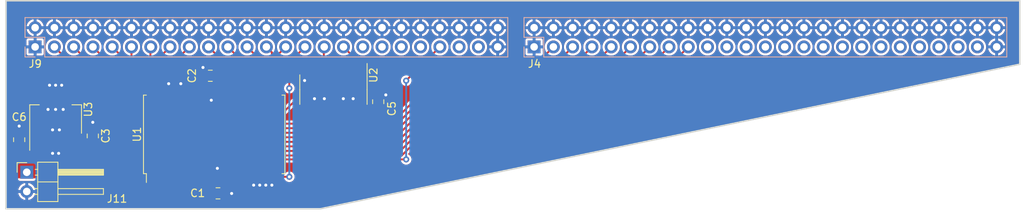
<source format=kicad_pcb>
(kicad_pcb (version 20221018) (generator pcbnew)

  (general
    (thickness 1.6)
  )

  (paper "A4")
  (title_block
    (title "CBM PET SRAM Expansion")
    (date "2023-10-13")
    (rev "1")
    (company "CCC Basel")
  )

  (layers
    (0 "F.Cu" signal)
    (31 "B.Cu" signal)
    (32 "B.Adhes" user "B.Adhesive")
    (33 "F.Adhes" user "F.Adhesive")
    (34 "B.Paste" user)
    (35 "F.Paste" user)
    (36 "B.SilkS" user "B.Silkscreen")
    (37 "F.SilkS" user "F.Silkscreen")
    (38 "B.Mask" user)
    (39 "F.Mask" user)
    (40 "Dwgs.User" user "User.Drawings")
    (41 "Cmts.User" user "User.Comments")
    (42 "Eco1.User" user "User.Eco1")
    (43 "Eco2.User" user "User.Eco2")
    (44 "Edge.Cuts" user)
    (45 "Margin" user)
    (46 "B.CrtYd" user "B.Courtyard")
    (47 "F.CrtYd" user "F.Courtyard")
    (48 "B.Fab" user)
    (49 "F.Fab" user)
    (50 "User.1" user)
    (51 "User.2" user)
    (52 "User.3" user)
    (53 "User.4" user)
    (54 "User.5" user)
    (55 "User.6" user)
    (56 "User.7" user)
    (57 "User.8" user)
    (58 "User.9" user)
  )

  (setup
    (pad_to_mask_clearance 0)
    (pcbplotparams
      (layerselection 0x00010fc_ffffffff)
      (plot_on_all_layers_selection 0x0000000_00000000)
      (disableapertmacros false)
      (usegerberextensions false)
      (usegerberattributes true)
      (usegerberadvancedattributes true)
      (creategerberjobfile true)
      (dashed_line_dash_ratio 12.000000)
      (dashed_line_gap_ratio 3.000000)
      (svgprecision 4)
      (plotframeref false)
      (viasonmask false)
      (mode 1)
      (useauxorigin false)
      (hpglpennumber 1)
      (hpglpenspeed 20)
      (hpglpendiameter 15.000000)
      (dxfpolygonmode true)
      (dxfimperialunits true)
      (dxfusepcbnewfont true)
      (psnegative false)
      (psa4output false)
      (plotreference true)
      (plotvalue true)
      (plotinvisibletext false)
      (sketchpadsonfab false)
      (subtractmaskfromsilk false)
      (outputformat 1)
      (mirror false)
      (drillshape 1)
      (scaleselection 1)
      (outputdirectory "")
    )
  )

  (net 0 "")
  (net 1 "+5V")
  (net 2 "GND")
  (net 3 "/BD0")
  (net 4 "/BD1")
  (net 5 "/BD2")
  (net 6 "/BD3")
  (net 7 "/BD4")
  (net 8 "/BD5")
  (net 9 "/BD6")
  (net 10 "/BD7")
  (net 11 "/~{SEL2}")
  (net 12 "/~{SEL3}")
  (net 13 "/~{SEL4}")
  (net 14 "/~{SEL5}")
  (net 15 "/~{SEL6}")
  (net 16 "/~{SEL7}")
  (net 17 "/~{SEL8}")
  (net 18 "/~{SEL9}")
  (net 19 "/~{SELA}")
  (net 20 "/~{SELB}")
  (net 21 "/~{RESET}")
  (net 22 "/READY")
  (net 23 "/~{NMI}")
  (net 24 "/BA0")
  (net 25 "/BA1")
  (net 26 "unconnected-(U1-DQ8-Pad29)")
  (net 27 "unconnected-(U1-DQ9-Pad30)")
  (net 28 "unconnected-(U1-DQ10-Pad31)")
  (net 29 "unconnected-(U1-DQ11-Pad32)")
  (net 30 "unconnected-(U1-DQ12-Pad35)")
  (net 31 "unconnected-(U1-DQ13-Pad36)")
  (net 32 "unconnected-(U1-DQ14-Pad37)")
  (net 33 "unconnected-(U1-DQ15-Pad38)")
  (net 34 "/BA2")
  (net 35 "/BA3")
  (net 36 "/BA4")
  (net 37 "/BA5")
  (net 38 "/BA6")
  (net 39 "/BA7")
  (net 40 "/BA8")
  (net 41 "/BA9")
  (net 42 "/BA10")
  (net 43 "/BA11")
  (net 44 "/BA12")
  (net 45 "/BA13")
  (net 46 "/BA14")
  (net 47 "/BA15")
  (net 48 "/SYNC")
  (net 49 "/~{IRQ}")
  (net 50 "/CPHI2")
  (net 51 "/BR{slash}W")
  (net 52 "/~{BR{slash}W}")
  (net 53 "Net-(U2-Pad3)")
  (net 54 "unconnected-(U2-Pad8)")
  (net 55 "unconnected-(U2-Pad11)")
  (net 56 "unconnected-(J4-Pin_39-Pad39)")
  (net 57 "unconnected-(J9-Pin_39-Pad39)")
  (net 58 "/~{CE}")
  (net 59 "unconnected-(U1-NC-Pad28)")
  (net 60 "unconnected-(J4-Pin_41-Pad41)")
  (net 61 "unconnected-(J9-Pin_47-Pad47)")
  (net 62 "+9V")

  (footprint "Package_SO:SOIC-14_3.9x8.7mm_P1.27mm" (layer "F.Cu") (at 122.916 81.681 -90))

  (footprint "Capacitor_SMD:C_0805_2012Metric" (layer "F.Cu") (at 106.688 79.85))

  (footprint "Package_SO:TSOP-II-44_10.16x18.41mm_P0.8mm" (layer "F.Cu") (at 107.196 87.597 90))

  (footprint "Capacitor_SMD:C_0805_2012Metric" (layer "F.Cu") (at 91.2 87.8 -90))

  (footprint "Connector_PinHeader_2.54mm:PinHeader_1x02_P2.54mm_Horizontal" (layer "F.Cu") (at 82.5 92.6))

  (footprint "Capacitor_SMD:C_0805_2012Metric" (layer "F.Cu") (at 128.816 83.281 90))

  (footprint "Capacitor_SMD:C_0805_2012Metric" (layer "F.Cu") (at 81.5 88.3 -90))

  (footprint "Package_TO_SOT_SMD:SOT-223-3_TabPin2" (layer "F.Cu") (at 86.3 85.6 90))

  (footprint "Capacitor_SMD:C_0805_2012Metric" (layer "F.Cu") (at 107.7 95.381))

  (footprint "Connector_PinSocket_2.54mm:PinSocket_2x25_P2.54mm_Vertical" (layer "B.Cu") (at 83.6 76.04 -90))

  (footprint "Connector_PinSocket_2.54mm:PinSocket_2x25_P2.54mm_Vertical" (layer "B.Cu") (at 149.36 76.04 -90))

  (gr_poly
    (pts
      (xy 79.764 69.944)
      (xy 79.764 97.424)
      (xy 121.166 97.424)
      (xy 213.368 78.326)
      (xy 213.368 69.944)
    )

    (stroke (width 0.2) (type solid)) (fill none) (layer "Edge.Cuts") (tstamp 0dd3ab04-e666-4b66-af39-8505a82aff56))

  (segment (start 107.596 93.1845) (end 107.596 92.101) (width 0.25) (layer "F.Cu") (net 2) (tstamp 07959380-490d-4765-9a05-ef0e1cb91bea))
  (segment (start 112.396 94.296) (end 112.4 94.3) (width 0.25) (layer "F.Cu") (net 2) (tstamp 08807474-e7c1-49a5-9e4e-2508da834623))
  (segment (start 86.3 82.45) (end 85.5 81.65) (width 0.25) (layer "F.Cu") (net 2) (tstamp 16e8bad5-3848-4a45-94c6-1c5b1dd03c33))
  (segment (start 85.5 81.65) (end 85.5 81.1) (width 0.25) (layer "F.Cu") (net 2) (tstamp 171c19a6-1b21-4b33-bd68-07b194de1a05))
  (segment (start 124.186 82.911) (end 124.216 82.881) (width 0.25) (layer "F.Cu") (net 2) (tstamp 29a960df-5589-4216-9900-f0a31336d429))
  (segment (start 119.106 80.471) (end 119.116 80.481) (width 0.25) (layer "F.Cu") (net 2) (tstamp 2ff5594f-6df5-4573-b339-20e17c633283))
  (segment (start 114.796 93.1845) (end 114.796 94.296) (width 0.25) (layer "F.Cu") (net 2) (tstamp 300d12ca-561e-4af3-9893-506c30d6fa73))
  (segment (start 113.196 93.1845) (end 113.196 94.296) (width 0.25) (layer "F.Cu") (net 2) (tstamp 30544b90-3a97-41fa-ae33-814923f48fd7))
  (segment (start 112.396 93.1845) (end 112.396 94.296) (width 0.25) (layer "F.Cu") (net 2) (tstamp 36dd4f9d-3dc1-431c-b278-09680cf23ba0))
  (segment (start 114.796 94.296) (end 114.8 94.3) (width 0.25) (layer "F.Cu") (net 2) (tstamp 37da5288-ae77-4762-b607-1a5cb08f00a1))
  (segment (start 107.596 92.101) (end 107.616 92.081) (width 0.25) (layer "F.Cu") (net 2) (tstamp 43e35823-321c-40fd-a132-c4763f48c677))
  (segment (start 106.796 83.061) (end 106.816 83.081) (width 0.25) (layer "F.Cu") (net 2) (tstamp 491517ac-266f-4813-94f8-4266031cabd3))
  (segment (start 86.3 82.45) (end 87.1 81.65) (width 0.25) (layer "F.Cu") (net 2) (tstamp 4b0ec2b7-0b6c-4c23-923b-f45578036786))
  (segment (start 106.796 80.908) (end 105.738 79.85) (width 0.25) (layer "F.Cu") (net 2) (tstamp 5322286e-3fb8-48aa-87f3-37ffecf8f1c8))
  (segment (start 86.7 89.15) (end 86.7 90.1) (width 0.25) (layer "F.Cu") (net 2) (tstamp 571087c3-7ff3-4180-be53-601c3f17111c))
  (segment (start 91.2 86.85) (end 91.2 86) (width 0.25) (layer "F.Cu") (net 2) (tstamp 58834d88-66b5-41db-87fd-57561fb8b823))
  (segment (start 105.738 78.773) (end 105.7228 78.7578) (width 0.25) (layer "F.Cu") (net 2) (tstamp 5b3ed432-088a-4639-b5de-e63a23b83b21))
  (segment (start 107.596 94.327) (end 108.65 95.381) (width 0.25) (layer "F.Cu") (net 2) (tstamp 633f6438-8126-4b6e-b353-43978233c7e6))
  (segment (start 109.481 95.381) (end 109.5 95.4) (width 0.25) (layer "F.Cu") (net 2) (tstamp 6be50ac6-3ded-4113-a101-734cf6c574f8))
  (segment (start 125.456 82.941) (end 125.516 82.881) (width 0.25) (layer "F.Cu") (net 2) (tstamp 748e5317-0bf7-47f3-b8b2-e61107fa5c5b))
  (segment (start 81.5 87.35) (end 81.5 86.5) (width 0.25) (layer "F.Cu") (net 2) (tstamp 76e154ba-3b04-4333-839f-a9a95ec1ecc2))
  (segment (start 87.1 81.65) (end 87.1 81.1) (width 0.25) (layer "F.Cu") (net 2) (tstamp 7cc2cf63-3728-43de-89f7-25401b18fcfe))
  (segment (start 86.3 88.75) (end 85.9 89.15) (width 0.25) (layer "F.Cu") (net 2) (tstamp 80788db4-7282-47c9-bdc7-421e02076e90))
  (segment (start 120.376 82.921) (end 120.416 82.881) (width 0.25) (layer "F.Cu") (net 2) (tstamp 81f7ecad-2cc9-41f0-abb2-2b174a3612a9))
  (segment (start 108.65 95.381) (end 109.481 95.381) (width 0.25) (layer "F.Cu") (net 2) (tstamp 835b8bab-bb09-4400-a4b2-6a951d5827c2))
  (segment (start 85.9 89.15) (end 85.9 90.1) (width 0.25) (layer "F.Cu") (net 2) (tstamp 86b03c27-09bb-4609-b1de-33ef174fca88))
  (segment (start 105.738 79.85) (end 105.738 78.773) (width 0.25) (layer "F.Cu") (net 2) (tstamp 89fbee2a-e974-4a30-bb85-9e4216371d56))
  (segment (start 120.376 84.156) (end 120.376 82.921) (width 0.25) (layer "F.Cu") (net 2) (tstamp 9568c8d0-1393-40ba-937f-2e18278ee0f7))
  (segment (start 113.196 94.296) (end 113.2 94.3) (width 0.25) (layer "F.Cu") (net 2) (tstamp 9ffd6b9f-62f8-41db-abbb-e28e27464339))
  (segment (start 121.646 84.156) (end 121.646 82.951) (width 0.25) (layer "F.Cu") (net 2) (tstamp a2080f11-3583-41b9-a258-597bcfb5cf0d))
  (segment (start 113.996 94.296) (end 114 94.3) (width 0.25) (layer "F.Cu") (net 2) (tstamp b154d100-b12b-4ff2-a5ef-13289535d0b0))
  (segment (start 125.456 84.156) (end 125.456 82.941) (width 0.25) (layer "F.Cu") (net 2) (tstamp b8ac0e62-2240-4e86-9589-937b1de6d261))
  (segment (start 86.3 82.45) (end 86.3 81.1) (width 0.25) (layer "F.Cu") (net 2) (tstamp c1be0dd7-c97d-43d6-8e56-3d64059eb706))
  (segment (start 129.766 82.331) (end 129.816 82.381) (width 0.25) (layer "F.Cu") (net 2) (tstamp c693dcdd-a6ff-4400-bfc5-2cb99b1855ce))
  (segment (start 128.816 82.331) (end 129.766 82.331) (width 0.25) (layer "F.Cu") (net 2) (tstamp c9edef5f-3cf9-4b17-a072-e649fbf8df41))
  (segment (start 101.196 82.0095) (end 101.196 80.904) (width 0.25) (layer "F.Cu") (net 2) (tstamp cedeb06b-0d89-49a9-adb9-61c74f3a6cef))
  (segment (start 102.796 82.0095) (end 102.796 80.904) (width 0.25) (layer "F.Cu") (net 2) (tstamp e5ccef87-887a-4b5f-85e8-c91e4189455e))
  (segment (start 86.3 88.75) (end 86.7 89.15) (width 0.25) (layer "F.Cu") (net 2) (tstamp e9c80eff-c116-45af-860a-b2130afaedf7))
  (segment (start 102.796 80.904) (end 102.8 80.9) (width 0.25) (layer "F.Cu") (net 2) (tstamp e9fa6882-e9ea-4138-a379-ac69489c90cc))
  (segment (start 121.646 82.951) (end 121.716 82.881) (width 0.25) (layer "F.Cu") (net 2) (tstamp f2921382-567b-4891-b547-0c5da97f9b6a))
  (segment (start 101.196 80.904) (end 101.2 80.9) (width 0.25) (layer "F.Cu") (net 2) (tstamp f7ab5a3f-6be4-4806-a93f-3356db4205db))
  (segment (start 106.796 82.0095) (end 106.796 83.061) (width 0.25) (layer "F.Cu") (net 2) (tstamp f9c3b62e-bb0b-4a09-ab5e-ecccd11b8284))
  (segment (start 124.186 84.156) (end 124.186 82.911) (width 0.25) (layer "F.Cu") (net 2) (tstamp fa1fdcff-3d59-40bc-8ce5-61dd4fa38791))
  (segment (start 119.106 79.206) (end 119.106 80.471) (width 0.25) (layer "F.Cu") (net 2) (tstamp fd1a3163-4363-413a-b41e-7d1f7b0a0151))
  (segment (start 113.996 93.1845) (end 113.996 94.296) (width 0.25) (layer "F.Cu") (net 2) (tstamp fd2846ee-2994-4ede-abc5-a03c8544ddb2))
  (segment (start 107.596 93.1845) (end 107.596 94.327) (width 0.25) (layer "F.Cu") (net 2) (tstamp fde20f7c-b630-429d-90e8-2135506394b9))
  (segment (start 106.796 82.0095) (end 106.796 80.908) (width 0.25) (layer "F.Cu") (net 2) (tstamp fe13fa59-8ce3-4a69-8217-9dff7c558180))
  (via (at 121.716 82.881) (size 0.8) (drill 0.4) (layers "F.Cu" "B.Cu") (net 2) (tstamp 05bf502a-2cdb-4351-b88d-aac75c825689))
  (via (at 125.516 82.881) (size 0.8) (drill 0.4) (layers "F.Cu" "B.Cu") (net 2) (tstamp 068804e1-54e3-4eee-a5b3-917651701cea))
  (via (at 106.816 83.081) (size 0.8) (drill 0.4) (layers "F.Cu" "B.Cu") (net 2) (tstamp 092afaa8-c5c9-43af-a0f1-acbf8f46f1e1))
  (via (at 86.7 90.1) (size 0.8) (drill 0.4) (layers "F.Cu" "B.Cu") (net 2) (tstamp 1f13b74b-3f8b-4304-b8f4-dee52f8eb01f))
  (via (at 119.116 80.481) (size 0.8) (drill 0.4) (layers "F.Cu" "B.Cu") (net 2) (tstamp 20e26e00-8e80-4e3f-8bee-8e2a1ec9ab84))
  (via (at 109.5 95.4) (size 0.8) (drill 0.4) (layers "F.Cu" "B.Cu") (net 2) (tstamp 235ff8a0-cec7-42e7-8807-c16c10710d30))
  (via (at 102.8 80.9) (size 0.8) (drill 0.4) (layers "F.Cu" "B.Cu") (net 2) (tstamp 33b446b6-9a7c-44db-85f8-ca1bd118e005))
  (via (at 87.3 84.3) (size 0.8) (drill 0.4) (layers "F.Cu" "B.Cu") (net 2) (tstamp 39f65fcf-4a35-480a-a602-c08727a1962a))
  (via (at 86.8 87) (size 0.8) (drill 0.4) (layers "F.Cu" "B.Cu") (net 2) (tstamp 3e29629e-694e-4873-a5c9-730d2ea43882))
  (via (at 85.9 90.1) (size 0.8) (drill 0.4) (layers "F.Cu" "B.Cu") (net 2) (tstamp 586f8a65-5f0c-46c0-836f-16da56fb3c78))
  (via (at 87.1 81.1) (size 0.8) (drill 0.4) (layers "F.Cu" "B.Cu") (net 2) (tstamp 67cc8654-a4c3-4d96-9188-80b57085f6ab))
  (via (at 120.416 82.881) (size 0.8) (drill 0.4) (layers "F.Cu" "B.Cu") (net 2) (tstamp 6ba3d67c-fbcc-4fb0-b8f8-f861bb1a1080))
  (via (at 114 94.3) (size 0.8) (drill 0.4) (layers "F.Cu" "B.Cu") (net 2) (tstamp 701c2e3f-5982-4776-bd48-1e88e3aa0fba))
  (via (at 129.816 82.381) (size 0.8) (drill 0.4) (layers "F.Cu" "B.Cu") (net 2) (tstamp 7bf39abf-02b0-448a-b9a1-cd3a31faee15))
  (via (at 91.2 86) (size 0.8) (drill 0.4) (layers "F.Cu" "B.Cu") (net 2) (tstamp 841e2c22-64c6-435d-8fba-6423a1f39ce1))
  (via (at 86.3 84.3) (size 0.8) (drill 0.4) (layers "F.Cu" "B.Cu") (net 2) (tstamp 93198451-24b4-4d31-b249-4a109084a83f))
  (via (at 113.2 94.3) (size 0.8) (drill 0.4) (layers "F.Cu" "B.Cu") (net 2) (tstamp 9774e372-26ea-4de6-bdb3-1eede4602a36))
  (via (at 81.5 86.5) (size 0.8) (drill 0.4) (layers "F.Cu" "B.Cu") (net 2) (tstamp a72557c6-9124-4951-a88f-2f128aaf1f85))
  (via (at 114.8 94.3) (size 0.8) (drill 0.4) (layers "F.Cu" "B.Cu") (net 2) (tstamp a9203227-6232-4df6-abc2-a159a6dcc595))
  (via (at 85.3 84.3) (size 0.8) (drill 0.4) (layers "F.Cu" "B.Cu") (net 2) (tstamp c25dc161-cd35-4736-9016-085c0e23ea01))
  (via (at 107.616 92.081) (size 0.8) (drill 0.4) (layers "F.Cu" "B.Cu") (net 2) (tstamp c318be4b-6d71-4032-83c7-dcf990ed960e))
  (via (at 124.216 82.881) (size 0.8) (drill 0.4) (layers "F.Cu" "B.Cu") (net 2) (tstamp cc9453da-b267-40b4-a368-c621e5521123))
  (via (at 85.9 87) (size 0.8) (drill 0.4) (layers "F.Cu" "B.Cu") (net 2) (tstamp e590ef02-3c25-4e75-8a32-c03d72708145))
  (via (at 86.3 81.1) (size 0.8) (drill 0.4) (layers "F.Cu" "B.Cu") (net 2) (tstamp e5a27227-75b0-4094-a626-e0cba6adc70f))
  (via (at 112.4 94.3) (size 0.8) (drill 0.4) (layers "F.Cu" "B.Cu") (net 2) (tstamp edd92d93-a8ff-4c2f-bec4-673ffa7baaf0))
  (via (at 85.5 81.1) (size 0.8) (drill 0.4) (layers "F.Cu" "B.Cu") (net 2) (tstamp edfb621b-86a5-48bb-8733-4610a17df295))
  (via (at 105.7228 78.7578) (size 0.8) (drill 0.4) (layers "F.Cu" "B.Cu") (net 2) (tstamp efa4ce6e-6701-479c-a243-960bd52bf53b))
  (via (at 101.2 80.9) (size 0.8) (drill 0.4) (layers "F.Cu" "B.Cu") (net 2) (tstamp f1b355b1-8817-4340-b179-f2fac8f93657))
  (segment (start 107.219 86.181) (end 130.519 86.181) (width 0.25) (layer "F.Cu") (net 3) (tstamp 18147e47-1638-4910-b2e7-5859a131598c))
  (segment (start 130.519 86.181) (end 137.13 79.57) (width 0.25) (layer "F.Cu") (net 3) (tstamp 2dc4d6fd-0377-4e5e-aae0-c7c4004804c3))
  (segment (start 103.596 93.1845) (end 103.596 89.804) (width 0.25) (layer "F.Cu") (net 3) (tstamp 361d7eaf-6e3d-4c4d-8685-9ca951028515))
  (segment (start 103.596 89.804) (end 107.219 86.181) (width 0.25) (layer "F.Cu") (net 3) (tstamp 597e25b5-38fe-475b-b603-7ec1696f79f2))
  (segment (start 148.37 79.57) (end 151.9 76.04) (width 0.25) (layer "F.Cu") (net 3) (tstamp 87a2e807-32fe-4915-958b-ae08a26b08d6))
  (segment (start 137.13 79.57) (end 148.37 79.57) (width 0.25) (layer "F.Cu") (net 3) (tstamp bc9dabc6-a9f5-4986-8527-bf12482108bf))
  (segment (start 130.719 86.781) (end 137.36 80.14) (width 0.25) (layer "F.Cu") (net 4) (tstamp 023b3ddc-6877-4355-84e1-1ba74cfbaba0))
  (segment (start 107.419 86.781) (end 130.719 86.781) (width 0.25) (layer "F.Cu") (net 4) (tstamp 0563fe62-bc8d-4009-ace3-fcfb5ca437db))
  (segment (start 104.396 93.1845) (end 104.396 89.804) (width 0.25) (layer "F.Cu") (net 4) (tstamp 2c8c9b1b-fc66-470d-a0d9-0dbb0bcb6ccf))
  (segment (start 150.34 80.14) (end 154.44 76.04) (width 0.25) (layer "F.Cu") (net 4) (tstamp 4d0e05e2-2320-497b-82be-a427522a6acb))
  (segment (start 104.396 89.804) (end 107.419 86.781) (width 0.25) (layer "F.Cu") (net 4) (tstamp 796e1466-f414-463c-b103-8dfebfa36a57))
  (segment (start 137.36 80.14) (end 150.34 80.14) (width 0.25) (layer "F.Cu") (net 4) (tstamp bd146e18-fa93-4771-b4e3-9870a673e085))
  (segment (start 130.919 87.381) (end 137.59 80.71) (width 0.25) (layer "F.Cu") (net 5) (tstamp 1384b2cd-6827-4943-9a5b-4542f9248773))
  (segment (start 137.59 80.71) (end 152.31 80.71) (width 0.25) (layer "F.Cu") (net 5) (tstamp 787b7aa4-95db-4323-8b65-68a872b607e9))
  (segment (start 152.31 80.71) (end 156.98 76.04) (width 0.25) (layer "F.Cu") (net 5) (tstamp 8a14607f-aadd-4f09-9405-b1c4b4ef1062))
  (segment (start 105.196 89.804) (end 107.619 87.381) (width 0.25) (layer "F.Cu") (net 5) (tstamp 978ab5bb-52fd-464c-aeac-7cd30dc3e7b9))
  (segment (start 105.196 93.1845) (end 105.196 89.804) (width 0.25) (layer "F.Cu") (net 5) (tstamp c9fb0c96-4569-44a4-bf26-7e71fb5c3e15))
  (segment (start 107.619 87.381) (end 130.919 87.381) (width 0.25) (layer "F.Cu") (net 5) (tstamp f4a4dd4d-4454-442b-87e9-85b9d625767f))
  (segment (start 107.919 87.981) (end 131.119 87.981) (width 0.25) (layer "F.Cu") (net 6) (tstamp 56f1dde9-f9dd-4a85-a345-2951cffbc7e0))
  (segment (start 137.82 81.28) (end 154.28 81.28) (width 0.25) (layer "F.Cu") (net 6) (tstamp 6135f3e1-2135-4127-8171-692d147fe538))
  (segment (start 154.28 81.28) (end 159.52 76.04) (width 0.25) (layer "F.Cu") (net 6) (tstamp 7d006273-e980-4056-b71d-d1f41b07bd1b))
  (segment (start 105.996 93.1845) (end 105.996 89.904) (width 0.25) (layer "F.Cu") (net 6) (tstamp 84b5046c-6e5b-42a3-8259-ecc474aff9ab))
  (segment (start 131.119 87.981) (end 137.82 81.28) (width 0.25) (layer "F.Cu") (net 6) (tstamp 881d94d5-40a0-403d-b186-d96b2141b65f))
  (segment (start 105.996 89.904) (end 107.919 87.981) (width 0.25) (layer "F.Cu") (net 6) (tstamp a27119d5-fa98-437a-b579-3e9f9925c6e5))
  (segment (start 112.116 88.581) (end 131.319 88.581) (width 0.25) (layer "F.Cu") (net 7) (tstamp 1322d8bd-8755-4a86-931b-3ba6fc2ea006))
  (segment (start 108.396 93.1845) (end 108.396 92.301) (width 0.25) (layer "F.Cu") (net 7) (tstamp 32ba48e8-8998-47b8-ae31-bc7808c4fb39))
  (segment (start 156.25 81.85) (end 162.06 76.04) (width 0.25) (layer "F.Cu") (net 7) (tstamp 5b54ca1a-6294-42b3-84c1-1e6927d5779d))
  (segment (start 138.05 81.85) (end 156.25 81.85) (width 0.25) (layer "F.Cu") (net 7) (tstamp 7b48db21-e9d8-4530-b3a6-b1b1c982a727))
  (segment (start 108.396 92.301) (end 112.116 88.581) (width 0.25) (layer "F.Cu") (net 7) (tstamp 7be557da-cc4d-4b7c-b1cc-05cd260654fd))
  (segment (start 131.319 88.581) (end 138.05 81.85) (width 0.25) (layer "F.Cu") (net 7) (tstamp a5ad80ca-bdce-4b2b-b8df-8093533cae70))
  (segment (start 112.316 89.181) (end 131.519 89.181) (width 0.25) (layer "F.Cu") (net 8) (tstamp 0821a9e0-88da-4847-92b3-20ec48e9bd43))
  (segment (start 131.519 89.181) (end 138.28 82.42) (width 0.25) (layer "F.Cu") (net 8) (tstamp 1475a68b-a42e-4ad1-87b3-6f0327f91d19))
  (segment (start 158.22 82.42) (end 164.6 76.04) (width 0.25) (layer "F.Cu") (net 8) (tstamp 2ac2f5a1-7352-4372-b750-62428e67d914))
  (segment (start 109.196 92.301) (end 112.316 89.181) (width 0.25) (layer "F.Cu") (net 8) (tstamp 9a9e3e46-36bf-42bc-8ad5-c8ef0865b384))
  (segment (start 138.28 82.42) (end 158.22 82.42) (width 0.25) (layer "F.Cu") (net 8) (tstamp b6da5d7f-bde6-41ff-8fc6-c8cb877db8c4))
  (segment (start 109.196 93.1845) (end 109.196 92.301) (width 0.25) (layer "F.Cu") (net 8) (tstamp c10e3e0b-7ea7-46d0-9c07-305025a56c85))
  (segment (start 109.996 93.1845) (end 109.996 92.301) (width 0.25) (layer "F.Cu") (net 9) (tstamp 0b3c807b-bb80-44cc-a176-47af1002e37e))
  (segment (start 160.19 82.99) (end 167.14 76.04) (width 0.25) (layer "F.Cu") (net 9) (tstamp 49fe347d-c47e-483a-b075-28737c4c4641))
  (segment (start 138.51 82.99) (end 160.19 82.99) (width 0.25) (layer "F.Cu") (net 9) (tstamp 513634e4-e987-4a9e-96d7-af306ee950d1))
  (segment (start 112.516 89.781) (end 131.719 89.781) (width 0.25) (layer "F.Cu") (net 9) (tstamp a0b2dc55-c48d-4f05-9c04-6f8a0556b628))
  (segment (start 131.719 89.781) (end 138.51 82.99) (width 0.25) (layer "F.Cu") (net 9) (tstamp d0d21bcc-193d-4aac-b826-3ce641d9cf67))
  (segment (start 109.996 92.301) (end 112.516 89.781) (width 0.25) (layer "F.Cu") (net 9) (tstamp d9463191-09b6-4448-a8a0-c7e5d01e3aed))
  (segment (start 138.74 83.56) (end 162.16 83.56) (width 0.25) (layer "F.Cu") (net 10) (tstamp 10d08d97-7fbe-4e30-a811-4cfb8313a4ea))
  (segment (start 110.796 92.301) (end 112.716 90.381) (width 0.25) (layer "F.Cu") (net 10) (tstamp 16976f6c-8db7-4c5a-a76f-1623f51e0314))
  (segment (start 131.919 90.381) (end 138.74 83.56) (width 0.25) (layer "F.Cu") (net 10) (tstamp 1edab49f-5b88-409a-ba4b-4142b09e2867))
  (segment (start 162.16 83.56) (end 169.68 76.04) (width 0.25) (layer "F.Cu") (net 10) (tstamp 6b8de061-b08d-42bc-9c1b-b59b59ee22c6))
  (segment (start 112.716 90.381) (end 131.919 90.381) (width 0.25) (layer "F.Cu") (net 10) (tstamp a84cdfdd-d71b-4769-84a6-1acb3eeceb01))
  (segment (start 110.796 93.1845) (end 110.796 92.301) (width 0.25) (layer "F.Cu") (net 10) (tstamp e6e570c3-d441-4791-a1f5-e43fc2c5c01e))
  (segment (start 94 83.9) (end 86.14 76.04) (width 0.25) (layer "F.Cu") (net 24) (tstamp 2158f3aa-6b59-4bbd-bd81-a2f4ca15d7af))
  (segment (start 99.9 96) (end 97.4 96) (width 0.25) (layer "F.Cu") (net 24) (tstamp 93b542e5-b540-417a-81b8-38483b5b5c02))
  (segment (start 101.996 93.904) (end 99.9 96) (width 0.25) (layer "F.Cu") (net 24) (tstamp a14c1f3d-82ec-4bf2-a804-520dcdf56ded))
  (segment (start 101.996 93.1845) (end 101.996 93.904) (width 0.25) (layer "F.Cu") (net 24) (tstamp bd392822-0bb3-4054-a39e-3364d9b5c783))
  (segment (start 97.4 96) (end 94 92.6) (width 0.25) (layer "F.Cu") (net 24) (tstamp ee3f8cce-09f3-4620-8d8f-5f3304f26f88))
  (segment (start 94 92.6) (end 94 83.9) (width 0.25) (layer "F.Cu") (net 24) (tstamp f8de9e23-b9db-4844-9c77-d4d2e41c03d5))
  (segment (start 94.5 92.4) (end 94.5 81.86) (width 0.25) (layer "F.Cu") (net 25) (tstamp 937ed2d5-94b3-46f9-a49e-50859c5b6fd0))
  (segment (start 99.7 95.5) (end 97.6 95.5) (width 0.25) (layer "F.Cu") (net 25) (tstamp 9d27d0a1-0cf9-4258-8aa3-c3edf3884432))
  (segment (start 94.5 81.86) (end 88.68 76.04) (width 0.25) (layer "F.Cu") (net 25) (tstamp b86101ad-553e-4caf-88bf-7d5536783fff))
  (segment (start 101.196 94.004) (end 99.7 95.5) (width 0.25) (layer "F.Cu") (net 25) (tstamp bb43f4d9-b98a-4c5f-b99c-49fa12ea6192))
  (segment (start 101.196 93.1845) (end 101.196 94.004) (width 0.25) (layer "F.Cu") (net 25) (tstamp f168a2a8-1b89-4ada-addc-1cc429e76dd8))
  (segment (start 97.6 95.5) (end 94.5 92.4) (width 0.25) (layer "F.Cu") (net 25) (tstamp f4523f27-55b7-43f3-b57d-e2a4dd29aa91))
  (segment (start 97.9 95) (end 95.1 92.2) (width 0.25) (layer "F.Cu") (net 34) (tstamp 2096405e-faf5-47f3-af2d-905c620c2406))
  (segment (start 100.396 94.104) (end 99.5 95) (width 0.25) (layer "F.Cu") (net 34) (tstamp 395000c7-887a-4874-865f-1bd861bd4f91))
  (segment (start 100.396 93.1845) (end 100.396 94.104) (width 0.25) (layer "F.Cu") (net 34) (tstamp 40c9daf0-f921-4faa-9e7b-a178736c1408))
  (segment (start 99.5 95) (end 97.9 95) (width 0.25) (layer "F.Cu") (net 34) (tstamp 45d835cd-c2d8-4fe6-9e89-fab563983713))
  (segment (start 95.1 79.92) (end 91.22 76.04) (width 0.25) (layer "F.Cu") (net 34) (tstamp 55dc35e0-c452-42a3-97ac-f63ed1a7a2ef))
  (segment (start 95.1 92.2) (end 95.1 79.92) (width 0.25) (layer "F.Cu") (net 34) (tstamp f4978517-aecb-4892-b5b6-87115f24498a))
  (segment (start 95.7 92) (end 95.7 77.98) (width 0.25) (layer "F.Cu") (net 35) (tstamp 33f16896-c8ce-423b-996d-c3e76cba8150))
  (segment (start 99.596 94.104) (end 99.2 94.5) (width 0.25) (layer "F.Cu") (net 35) (tstamp 4b7c3cae-c07d-4a6d-9dc2-3cddb0d965d2))
  (segment (start 95.7 77.98) (end 93.76 76.04) (width 0.25) (layer "F.Cu") (net 35) (tstamp 572742ca-8bd6-488c-b1c5-ec719b45bdba))
  (segment (start 99.2 94.5) (end 98.2 94.5) (width 0.25) (layer "F.Cu") (net 35) (tstamp 6c88890f-8b40-4641-b5c3-ba76d54f2013))
  (segment (start 99.596 93.1845) (end 99.596 94.104) (width 0.25) (layer "F.Cu") (net 35) (tstamp b9568e92-6878-4611-be3a-eac6de761b11))
  (segment (start 98.2 94.5) (end 95.7 92) (width 0.25) (layer "F.Cu") (net 35) (tstamp f65ea9c8-3da4-4e37-a8c9-40c8d08bae66))
  (segment (start 96.3 91.7886) (end 97.6959 93.1845) (width 0.25) (layer "F.Cu") (net 36) (tstamp 0216bb6a-0385-479a-9a7a-50282f1cb172))
  (segment (start 97.6959 93.1845) (end 98.796 93.1845) (width 0.25) (layer "F.Cu") (net 36) (tstamp 3df4ffa7-b5a5-4772-bbe7-51d788f0acfe))
  (segment (start 96.3 76.04) (end 96.3 91.7886) (width 0.25) (layer "F.Cu") (net 36) (tstamp 5282b8c2-a763-4e81-a3e0-6fca4685a9e7))
  (segment (start 98.796 76.084) (end 98.84 76.04) (width 0.25) (layer "F.Cu") (net 37) (tstamp 53207e12-9343-49f4-930b-bb2b7df12dbb))
  (segment (start 98.796 82.0095) (end 98.796 76.084) (width 0.25) (layer "F.Cu") (net 37) (tstamp 7f75cb6d-44f0-442e-a3ae-2376b716be5a))
  (segment (start 99.596 77.824) (end 101.38 76.04) (width 0.25) (layer "F.Cu") (net 38) (tstamp 649a7ece-5375-4ecc-9f78-ea0716104b11))
  (segment (start 99.596 82.0095) (end 99.596 77.824) (width 0.25) (layer "F.Cu") (net 38) (tstamp c12c0dcf-e965-4551-a44b-0ed562e9530c))
  (segment (start 100.396 82.0095) (end 100.396 79.564) (width 0.25) (layer "F.Cu") (net 39) (tstamp 26b9adec-8108-4e7c-b07e-791182c70f29))
  (segment (start 100.396 79.564) (end 103.92 76.04) (width 0.25) (layer "F.Cu") (net 39) (tstamp 88cd78fa-9fa7-4ccc-967f-9ed1040f407b))
  (segment (start 107.9075 77.4875) (end 106.46 76.04) (width 0.25) (layer "F.Cu") (net 40) (tstamp 73276e4f-527c-4faf-8611-65907a9efd4a))
  (segment (start 112.396 82.0095) (end 112.396 80.986) (width 0.25) (layer "F.Cu") (net 40) (tstamp 8b5c0527-1242-4ada-9981-6247682b07d2))
  (segment (start 112.396 80.986) (end 108.8975 77.4875) (width 0.25) (layer "F.Cu") (net 40) (tstamp 8efed8c9-724a-4f57-8f4a-2741ab69b535))
  (segment (start 108.8975 77.4875) (end 107.9075 77.4875) (width 0.25) (layer "F.Cu") (net 40) (tstamp a050e418-0c91-47c6-8b9d-e56fa75c94cc))
  (segment (start 113.196 82.0095) (end 113.196 80.236) (width 0.25) (layer "F.Cu") (net 41) (tstamp d67f705f-f534-482d-8580-135a0d98e5d0))
  (segment (start 113.196 80.236) (end 109 76.04) (width 0.25) (layer "F.Cu") (net 41) (tstamp fca5fcec-f030-47e9-a5ec-46f8ff01d8d9))
  (segment (start 113.996 78.496) (end 111.54 76.04) (width 0.25) (layer "F.Cu") (net 42) (tstamp 07ba3c6b-bec3-4a5b-a612-267df0f6d1f9))
  (segment (start 113.996 82.0095) (end 113.996 78.496) (width 0.25) (layer "F.Cu") (net 42) (tstamp d2062e01-7fa1-4911-8717-c1e7d8aa3758))
  (segment (start 114.796 82.0095) (end 114.796 76.756) (width 0.25) (layer "F.Cu") (net 43) (tstamp 472eb010-a0e0-48ae-8aac-83805967bd7e))
  (segment (start 114.796 76.756) (end 114.08 76.04) (width 0.25) (layer "F.Cu") (net 43) (tstamp b8ef2ac9-29fe-44e8-8d0d-ce41caaf5fe6))
  (segment (start 115.596 77.064) (end 116.62 76.04) (width 0.25) (layer "F.Cu") (net 44) (tstamp 28347a68-1185-4082-a09c-43244a2c6f56))
  (segment (start 115.596 82.0095) (end 115.596 77.064) (width 0.25) (layer "F.Cu") (net 44) (tstamp 9a172182-6cd8-4460-b12f-c554c984db6f))
  (segment (start 115.6115 93.2) (end 117.1 93.2) (width 0.25) (layer "F.Cu") (net 45) (tstamp 10dd8dcb-5837-47cb-a6d0-b5d867e437c2))
  (segment (start 117.1 78.1) (end 119.16 76.04) (width 0.25) (layer "F.Cu") (net 45) (tstamp 11307310-66d6-4f9a-9d27-ad629012b7bf))
  (segment (start 117.1 81.5) (end 117.1 78.1) (width 0.25) (layer "F.Cu") (net 45) (tstamp 44c1a3a2-4d55-413c-a4ae-0ac7eb02774e))
  (segment (start 115.596 93.1845) (end 115.6115 93.2) (width 0.25) (layer "F.Cu") (net 45) (tstamp a551bddd-9b38-403a-9678-8f4e911551ae))
  (via (at 117.1 81.5) (size 0.8) (drill 0.4) (layers "F.Cu" "B.Cu") (net 45) (tstamp 4ec8c8db-c0cb-4594-8768-fb1b58b57596))
  (via (at 117.1 93.2) (size 0.8) (drill 0.4) (layers "F.Cu" "B.Cu") (net 45) (tstamp c45010ca-3029-4917-a66a-987f01d8bda0))
  (segment (start 117.1 93.2) (end 117.1 81.5) (width 0.25) (layer "B.Cu") (net 45) (tstamp 203021aa-baa3-4e25-9fac-c1cce3a91585))
  (segment (start 121.646 79.206) (end 121.646 76.094) (width 0.25) (layer "F.Cu") (net 46) (tstamp 511c6955-04ed-4b36-b33b-5186801f2e77))
  (segment (start 121.646 76.094) (end 121.7 76.04) (width 0.25) (layer "F.Cu") (net 46) (tstamp e35b22d3-4413-4b3e-8380-3ff4d7654e0b))
  (segment (start 125.456 77.256) (end 124.24 76.04) (width 0.25) (layer "F.Cu") (net 47) (tstamp 21ff8525-6e2d-4d2f-9b39-48527ec15f2b))
  (segment (start 126.726 79.206) (end 125.456 79.206) (width 0.25) (layer "F.Cu") (net 47) (tstamp ad5c9e23-9a70-489e-80ac-bcd3b33cf1b6))
  (segment (start 125.456 79.206) (end 125.456 77.256) (width 0.25) (layer "F.Cu") (net 47) (tstamp cf76cd5e-2616-4ca5-b67f-8891486353b3))
  (segment (start 111.596 93.1845) (end 111.596 92.304) (width 0.25) (layer "F.Cu") (net 51) (tstamp 26e42cd9-a700-499d-aeaa-2d13e1e3448d))
  (segment (start 111.596 92.304) (end 113 90.9) (width 0.25) (layer "F.Cu") (net 51) (tstamp 728cafce-876d-4e3b-834c-263997ca1d4f))
  (segment (start 132.5 80.48) (end 132.5 80.5) (width 0.25) (layer "F.Cu") (net 51) (tstamp b0aeecfa-1cc1-42d0-ad6f-1ff4164ccc66))
  (segment (start 136.94 76.04) (end 132.5 80.48) (width 0.25) (layer "F.Cu") (net 51) (tstamp d64ec4ac-5b47-4418-9732-a4e2ffed0872))
  (segment (start 113 90.9) (end 132.5 90.9) (width 0.25) (layer "F.Cu") (net 51) (tstamp defd443c-3eb2-4f06-9217-93342518dc16))
  (via (at 132.5 90.9) (size 0.8) (drill 0.4) (layers "F.Cu" "B.Cu") (net 51) (tstamp 90eb3841-8156-48da-862e-d6456645aa48))
  (via (at 132.5 80.5) (size 0.8) (drill 0.4) (layers "F.Cu" "B.Cu") (net 51) (tstamp b2cf2951-926c-4460-bc60-a440f6bbaa33))
  (segment (start 132.5 90.9) (end 132.5 80.5) (width 0.25) (layer "B.Cu") (net 51) (tstamp c8eede8c-7dbd-4326-bbdd-c02fb339b3b9))
  (segment (start 124.186 79.206) (end 122.916 79.206) (width 0.25) (layer "F.Cu") (net 53) (tstamp 8a5a02a7-0262-4bb3-877d-e844e90b7daf))
  (segment (start 107.019 85.581) (end 115.416 85.581) (width 0.25) (layer "F.Cu") (net 58) (tstamp 32d3b1e4-baa0-4d72-b694-0a9b0b03fc70))
  (segment (start 115.416 85.581) (end 120.376 80.621) (width 0.25) (layer "F.Cu") (net 58) (tstamp 75b7c64a-f54b-47bd-8dfe-de32e1adf01f))
  (segment (start 102.796 89.804) (end 107.019 85.581) (width 0.25) (layer "F.Cu") (net 58) (tstamp 7852efab-6796-40d8-b108-4760280cb099))
  (segment (start 102.796 93.1845) (end 102.796 89.804) (width 0.25) (layer "F.Cu") (net 58) (tstamp db65e1d1-96f8-44f6-81c4-51c49bba6150))
  (segment (start 120.376 80.621) (end 120.376 79.206) (width 0.25) (layer "F.Cu") (net 58) (tstamp f2707887-f326-48a4-af75-dee4f8f6c796))

  (zone (net 1) (net_name "+5V") (layer "F.Cu") (tstamp 28ff3e11-f060-4459-a227-48c70b8cedca) (hatch edge 0.5)
    (connect_pads (clearance 0.3))
    (min_thickness 0.2) (filled_areas_thickness no)
    (fill yes (thermal_gap 0.4) (thermal_bridge_width 0.4))
    (polygon
      (pts
        (xy 79.764 97.424)
        (xy 213.368 97.424)
        (xy 213.368 69.944)
        (xy 79.764 69.944)
      )
    )
    (filled_polygon
      (layer "F.Cu")
      (pts
        (xy 213.326691 69.963407)
        (xy 213.362655 70.012907)
        (xy 213.3675 70.0435)
        (xy 213.367499 78.244996)
        (xy 213.348592 78.303187)
        (xy 213.299092 78.339151)
        (xy 213.288579 78.341938)
        (xy 127.749714 96.05979)
        (xy 125.595496 96.505998)
        (xy 121.175883 97.421442)
        (xy 121.155803 97.4235)
        (xy 79.8635 97.4235)
        (xy 79.805309 97.404593)
        (xy 79.769345 97.355093)
        (xy 79.7645 97.3245)
        (xy 79.7645 95.14)
        (xy 81.344571 95.14)
        (xy 81.364244 95.35231)
        (xy 81.422595 95.557389)
        (xy 81.517634 95.748255)
        (xy 81.646128 95.918407)
        (xy 81.690096 95.958489)
        (xy 81.803692 96.062047)
        (xy 81.803699 96.062053)
        (xy 81.858681 96.096096)
        (xy 81.984981 96.174298)
        (xy 82.183802 96.251321)
        (xy 82.39339 96.2905)
        (xy 82.60661 96.2905)
        (xy 82.816198 96.251321)
        (xy 83.015019 96.174298)
        (xy 83.196302 96.062052)
        (xy 83.353872 95.918407)
        (xy 83.482366 95.748255)
        (xy 83.577405 95.557389)
        (xy 83.635756 95.35231)
        (xy 83.655429 95.14)
        (xy 83.635756 94.92769)
        (xy 83.577405 94.722611)
        (xy 83.482366 94.531745)
        (xy 83.353872 94.361593)
        (xy 83.24817 94.265232)
        (xy 83.196307 94.217952)
        (xy 83.1963 94.217946)
        (xy 83.015024 94.105705)
        (xy 83.015019 94.105702)
        (xy 82.816195 94.028678)
        (xy 82.60661 93.9895)
        (xy 82.39339 93.9895)
        (xy 82.183804 94.028678)
        (xy 81.98498 94.105702)
        (xy 81.984975 94.105705)
        (xy 81.803699 94.217946)
        (xy 81.803692 94.217952)
        (xy 81.646135 94.361586)
        (xy 81.646131 94.361589)
        (xy 81.646128 94.361593)
        (xy 81.646124 94.361597)
        (xy 81.646125 94.361597)
        (xy 81.517635 94.531743)
        (xy 81.51763 94.531752)
        (xy 81.422596 94.722608)
        (xy 81.364244 94.927688)
        (xy 81.34572 95.1276)
        (xy 81.344571 95.14)
        (xy 79.7645 95.14)
        (xy 79.7645 89.543106)
        (xy 80.4745 89.543106)
        (xy 80.485123 89.631564)
        (xy 80.487597 89.637837)
        (xy 80.4945 89.674156)
        (xy 80.4945 93.301)
        (xy 80.498261 93.348785)
        (xy 80.498261 93.348787)
        (xy 80.503104 93.379371)
        (xy 80.503104 93.37937)
        (xy 80.509512 93.409752)
        (xy 80.509514 93.409757)
        (xy 80.557689 93.511158)
        (xy 80.557695 93.511168)
        (xy 80.587488 93.552175)
        (xy 80.593655 93.560662)
        (xy 80.636876 93.606348)
        (xy 80.647824 93.61792)
        (xy 80.746401 93.671639)
        (xy 80.746403 93.67164)
        (xy 80.804596 93.690548)
        (xy 80.804593 93.690548)
        (xy 80.898997 93.7055)
        (xy 80.899 93.7055)
        (xy 81.463811 93.7055)
        (xy 81.503798 93.713935)
        (xy 81.519043 93.720666)
        (xy 81.580009 93.747585)
        (xy 81.605135 93.7505)
        (xy 83.394864 93.750499)
        (xy 83.419991 93.747585)
        (xy 83.496201 93.713934)
        (xy 83.536189 93.7055)
        (xy 84.700996 93.7055)
        (xy 84.701 93.7055)
        (xy 84.748786 93.701739)
        (xy 84.748787 93.701739)
        (xy 84.779371 93.696896)
        (xy 84.77937 93.696896)
        (xy 84.785268 93.695651)
        (xy 84.809754 93.690487)
        (xy 84.911162 93.642309)
        (xy 84.960662 93.606345)
        (xy 85.017919 93.552177)
        (xy 85.071641 93.453594)
        (xy 85.090548 93.395403)
        (xy 85.093087 93.379371)
        (xy 85.1055 93.301003)
        (xy 85.1055 90.499804)
        (xy 85.124407 90.441613)
        (xy 85.173907 90.405649)
        (xy 85.235093 90.405649)
        (xy 85.284593 90.441613)
        (xy 85.285975 90.443566)
        (xy 85.371813 90.567924)
        (xy 85.371816 90.567927)
        (xy 85.371817 90.567929)
        (xy 85.499148 90.680734)
        (xy 85.649775 90.75979)
        (xy 85.814944 90.8005)
        (xy 85.814947 90.8005)
        (xy 85.985053 90.8005)
        (xy 85.985056 90.8005)
        (xy 86.150225 90.75979)
        (xy 86.253992 90.705327)
        (xy 86.314302 90.695027)
        (xy 86.346006 90.705327)
        (xy 86.449775 90.75979)
        (xy 86.614944 90.8005)
        (xy 86.614947 90.8005)
        (xy 86.785053 90.8005)
        (xy 86.785056 90.8005)
        (xy 86.950225 90.75979)
        (xy 87.100852 90.680734)
        (xy 87.228183 90.567929)
        (xy 87.324818 90.42793)
        (xy 87.347017 90.369392)
        (xy 87.385331 90.32169)
        (xy 87.439584 90.3055)
        (xy 87.483844 90.3055)
        (xy 87.483845 90.3055)
        (xy 87.491607 90.305303)
        (xy 87.505529 90.304594)
        (xy 87.613406 90.278959)
        (xy 87.669378 90.254245)
        (xy 87.736771 90.213373)
        (xy 87.761785 90.184356)
        (xy 87.814099 90.152629)
        (xy 87.836767 90.149999)
        (xy 88.399999 90.149999)
        (xy 88.4 90.149998)
        (xy 88.4 88.95)
        (xy 88.8 88.95)
        (xy 88.8 90.149998)
        (xy 88.800001 90.149999)
        (xy 89.381483 90.149999)
        (xy 89.381485 90.149998)
        (xy 89.475141 90.135166)
        (xy 89.475151 90.135163)
        (xy 89.588043 90.077641)
        (xy 89.677641 89.988043)
        (xy 89.735163 89.875151)
        (xy 89.735164 89.875147)
        (xy 89.75 89.781484)
        (xy 89.75 89.065638)
        (xy 90.075 89.065638)
        (xy 90.077899 89.102489)
        (xy 90.123719 89.2602)
        (xy 90.123719 89.260201)
        (xy 90.207314 89.401552)
        (xy 90.323447 89.517685)
        (xy 90.464799 89.60128)
        (xy 90.62251 89.6471)
        (xy 90.659362 89.65)
        (xy 90.999999 89.65)
        (xy 91 89.649999)
        (xy 91.4 89.649999)
        (xy 91.400001 89.65)
        (xy 91.740638 89.65)
        (xy 91.777489 89.6471)
        (xy 91.9352 89.60128)
        (xy 91.935201 89.60128)
        (xy 92.076552 89.517685)
        (xy 92.192685 89.401552)
        (xy 92.27628 89.260201)
        (xy 92.27628 89.2602)
        (xy 92.3221 89.102489)
        (xy 92.325 89.065638)
        (xy 92.325 88.95)
        (xy 91.400001 88.95)
        (xy 91.4 88.950001)
        (xy 91.4 89.649999)
        (xy 91 89.649999)
        (xy 91 88.950001)
        (xy 90.999999 88.95)
        (xy 90.075001 88.95)
        (xy 90.075 88.950001)
        (xy 90.075 89.065638)
        (xy 89.75 89.065638)
        (xy 89.75 88.950001)
        (xy 89.749999 88.95)
        (xy 88.8 88.95)
        (xy 88.4 88.95)
        (xy 88.4 88.649)
        (xy 88.418907 88.590809)
        (xy 88.468407 88.554845)
        (xy 88.499 88.55)
        (xy 89.749998 88.55)
        (xy 89.749999 88.549999)
        (xy 90.075 88.549999)
        (xy 90.075001 88.55)
        (xy 90.999999 88.55)
        (xy 91 88.549999)
        (xy 91.4 88.549999)
        (xy 91.400001 88.55)
        (xy 92.324999 88.55)
        (xy 92.325 88.549999)
        (xy 92.325 88.434362)
        (xy 92.3221 88.39751)
        (xy 92.27628 88.239799)
        (xy 92.27628 88.239798)
        (xy 92.192685 88.098447)
        (xy 92.076552 87.982314)
        (xy 91.9352 87.898719)
        (xy 91.777489 87.852899)
        (xy 91.740638 87.85)
        (xy 91.400001 87.85)
        (xy 91.4 87.850001)
        (xy 91.4 88.549999)
        (xy 91 88.549999)
        (xy 91 87.850001)
        (xy 90.999999 87.85)
        (xy 90.659362 87.85)
        (xy 90.62251 87.852899)
        (xy 90.464799 87.898719)
        (xy 90.464798 87.898719)
        (xy 90.323447 87.982314)
        (xy 90.207314 88.098447)
        (xy 90.123719 88.239798)
        (xy 90.123719 88.239799)
        (xy 90.077899 88.39751)
        (xy 90.075 88.434362)
        (xy 90.075 88.549999)
        (xy 89.749999 88.549999)
        (xy 89.749999 87.718516)
        (xy 89.749998 87.718514)
        (xy 89.735166 87.624858)
        (xy 89.735163 87.624848)
        (xy 89.677641 87.511956)
        (xy 89.588043 87.422358)
        (xy 89.475151 87.364836)
        (xy 89.475147 87.364835)
        (xy 89.381484 87.35)
        (xy 88.904499 87.35)
        (xy 88.846308 87.331093)
        (xy 88.810344 87.281593)
        (xy 88.805499 87.251)
        (xy 88.805499 87.143106)
        (xy 90.1745 87.143106)
        (xy 90.185123 87.231565)
        (xy 90.240637 87.372339)
        (xy 90.240638 87.372341)
        (xy 90.240639 87.372342)
        (xy 90.332078 87.492922)
        (xy 90.452658 87.584361)
        (xy 90.452659 87.584361)
        (xy 90.45266 87.584362)
        (xy 90.496568 87.601677)
        (xy 90.593436 87.639877)
        (xy 90.681898 87.6505)
        (xy 90.6819 87.6505)
        (xy 91.7181 87.6505)
        (xy 91.718102 87.6505)
        (xy 91.806564 87.639877)
        (xy 91.947342 87.584361)
        (xy 92.067922 87.492922)
        (xy 92.159361 87.372342)
        (xy 92.214877 87.231564)
        (xy 92.2255 87.143102)
        (xy 92.2255 86.556898)
        (xy 92.214877 86.468436)
        (xy 92.16073 86.331129)
        (xy 92.159362 86.32766)
        (xy 92.159361 86.327659)
        (xy 92.159361 86.327658)
        (xy 92.067922 86.207078)
        (xy 91.947342 86.115639)
        (xy 91.947341 86.115638)
        (xy 91.941947 86.111548)
        (xy 91.943893 86.108981)
        (xy 91.911456 86.073777)
        (xy 91.90315 86.020541)
        (xy 91.905645 86)
        (xy 91.88514 85.831128)
        (xy 91.824818 85.67207)
        (xy 91.728183 85.532071)
        (xy 91.600852 85.419266)
        (xy 91.450225 85.34021)
        (xy 91.450224 85.340209)
        (xy 91.450223 85.340209)
        (xy 91.285058 85.2995)
        (xy 91.285056 85.2995)
        (xy 91.114944 85.2995)
        (xy 91.114941 85.2995)
        (xy 90.949776 85.340209)
        (xy 90.799146 85.419267)
        (xy 90.671818 85.532069)
        (xy 90.671816 85.532072)
        (xy 90.575182 85.67207)
        (xy 90.51486 85.831129)
        (xy 90.494355 85.999997)
        (xy 90.494355 86.000001)
        (xy 90.496849 86.020541)
        (xy 90.485094 86.080586)
        (xy 90.456435 86.109414)
        (xy 90.458053 86.111548)
        (xy 90.332081 86.207075)
        (xy 90.332075 86.207081)
        (xy 90.24064 86.327656)
        (xy 90.240637 86.32766)
        (xy 90.185123 86.468434)
        (xy 90.1745 86.556893)
        (xy 90.1745 87.143106)
        (xy 88.805499 87.143106)
        (xy 88.8055 81.299004)
        (xy 88.805499 81.298996)
        (xy 88.801739 81.251214)
        (xy 88.798052 81.22793)
        (xy 88.796896 81.220629)
        (xy 88.796896 81.22063)
        (xy 88.790487 81.190247)
        (xy 88.790485 81.190242)
        (xy 88.781852 81.17207)
        (xy 88.742309 81.088838)
        (xy 88.71604 81.052682)
        (xy 88.706348 81.039342)
        (xy 88.706347 81.039341)
        (xy 88.706345 81.039338)
        (xy 88.652177 80.982081)
        (xy 88.652176 80.98208)
        (xy 88.652175 80.982079)
        (xy 88.553598 80.92836)
        (xy 88.553596 80.928359)
        (xy 88.495403 80.909451)
        (xy 88.495406 80.909451)
        (xy 88.401003 80.8945)
        (xy 88.401 80.8945)
        (xy 87.839584 80.8945)
        (xy 87.781393 80.875593)
        (xy 87.747017 80.830607)
        (xy 87.724818 80.77207)
        (xy 87.712429 80.754122)
        (xy 87.66706 80.688394)
        (xy 87.628183 80.632071)
        (xy 87.500852 80.519266)
        (xy 87.350225 80.44021)
        (xy 87.350224 80.440209)
        (xy 87.350223 80.440209)
        (xy 87.185058 80.3995)
        (xy 87.185056 80.3995)
        (xy 87.014944 80.3995)
        (xy 87.014941 80.3995)
        (xy 86.849774 80.44021)
        (xy 86.849773 80.44021)
        (xy 86.746007 80.494671)
        (xy 86.685695 80.504972)
        (xy 86.653993 80.494671)
        (xy 86.550226 80.44021)
        (xy 86.385058 80.3995)
        (xy 86.385056 80.3995)
        (xy 86.214944 80.3995)
        (xy 86.214941 80.3995)
        (xy 86.049774 80.44021)
        (xy 86.049773 80.44021)
        (xy 85.946007 80.494671)
        (xy 85.885695 80.504972)
        (xy 85.853993 80.494671)
        (xy 85.750226 80.44021)
        (xy 85.585058 80.3995)
        (xy 85.585056 80.3995)
        (xy 85.414944 80.3995)
        (xy 85.414941 80.3995)
        (xy 85.249776 80.440209)
        (xy 85.099146 80.519267)
        (xy 84.971818 80.632069)
        (xy 84.971816 80.632072)
        (xy 84.875182 80.772068)
        (xy 84.867717 80.791753)
        (xy 84.852982 80.830607)
        (xy 84.814669 80.87831)
        (xy 84.760416 80.8945)
        (xy 84.199 80.8945)
        (xy 84.151214 80.898261)
        (xy 84.151213 80.898261)
        (xy 84.120629 80.903104)
        (xy 84.12063 80.903104)
        (xy 84.090247 80.909512)
        (xy 84.090242 80.909514)
        (xy 83.988841 80.957689)
        (xy 83.988831 80.957695)
        (xy 83.939342 80.993651)
        (xy 83.882079 81.047824)
        (xy 83.82836 81.146401)
        (xy 83.828359 81.146403)
        (xy 83.809451 81.204595)
        (xy 83.7945 81.298996)
        (xy 83.7945 87.2955)
        (xy 83.775593 87.353691)
        (xy 83.726093 87.389655)
        (xy 83.6955 87.3945)
        (xy 82.6245 87.3945)
        (xy 82.566309 87.375593)
        (xy 82.530345 87.326093)
        (xy 82.5255 87.2955)
        (xy 82.5255 87.056899)
        (xy 82.525499 87.056893)
        (xy 82.514877 86.968436)
        (xy 82.459361 86.827658)
        (xy 82.367922 86.707078)
        (xy 82.247342 86.615639)
        (xy 82.247341 86.615638)
        (xy 82.241947 86.611548)
        (xy 82.243893 86.608981)
        (xy 82.211456 86.573777)
        (xy 82.20315 86.520541)
        (xy 82.205645 86.5)
        (xy 82.18514 86.331128)
        (xy 82.124818 86.17207)
        (xy 82.028183 86.032071)
        (xy 81.900852 85.919266)
        (xy 81.750225 85.84021)
        (xy 81.750224 85.840209)
        (xy 81.750223 85.840209)
        (xy 81.585058 85.7995)
        (xy 81.585056 85.7995)
        (xy 81.414944 85.7995)
        (xy 81.414941 85.7995)
        (xy 81.249776 85.840209)
        (xy 81.099146 85.919267)
        (xy 80.971818 86.032069)
        (xy 80.971816 86.032072)
        (xy 80.914134 86.115639)
        (xy 80.875182 86.17207)
        (xy 80.816176 86.32766)
        (xy 80.81486 86.331129)
        (xy 80.794355 86.499997)
        (xy 80.794355 86.500001)
        (xy 80.796849 86.520541)
        (xy 80.785094 86.580586)
        (xy 80.756435 86.609414)
        (xy 80.758053 86.611548)
        (xy 80.632081 86.707075)
        (xy 80.632075 86.707081)
        (xy 80.54064 86.827656)
        (xy 80.540637 86.82766)
        (xy 80.485123 86.968434)
        (xy 80.4745 87.056893)
        (xy 80.4745 87.643106)
        (xy 80.485123 87.731565)
        (xy 80.540639 87.872342)
        (xy 80.563097 87.901958)
        (xy 80.583192 87.95975)
        (xy 80.571143 88.009149)
        (xy 80.52836 88.087657)
        (xy 80.528359 88.087659)
        (xy 80.509451 88.145851)
        (xy 80.4945 88.240252)
        (xy 80.4945 88.825842)
        (xy 80.487599 88.862157)
        (xy 80.485123 88.868435)
        (xy 80.4745 88.956893)
        (xy 80.4745 89.543106)
        (xy 79.7645 89.543106)
        (xy 79.7645 76.93486)
        (xy 82.4495 76.93486)
        (xy 82.449501 76.934863)
        (xy 82.452414 76.95999)
        (xy 82.471769 77.003824)
        (xy 82.497794 77.062765)
        (xy 82.577235 77.142206)
        (xy 82.680009 77.187585)
        (xy 82.705135 77.1905)
        (xy 84.494864 77.190499)
        (xy 84.519991 77.187585)
        (xy 84.622765 77.142206)
        (xy 84.702206 77.062765)
        (xy 84.747585 76.959991)
        (xy 84.7505 76.934865)
        (xy 84.750499 76.039999)
        (xy 84.984571 76.039999)
        (xy 85.004244 76.252311)
        (xy 85.004247 76.25232)
        (xy 85.062595 76.457389)
        (xy 85.157634 76.648255)
        (xy 85.286128 76.818407)
        (xy 85.286135 76.818413)
        (xy 85.443692 76.962047)
        (xy 85.443699 76.962053)
        (xy 85.509476 77.00278)
        (xy 85.624981 77.074298)
        (xy 85.823802 77.151321)
        (xy 86.03339 77.1905)
        (xy 86.24661 77.1905)
        (xy 86.456198 77.151321)
        (xy 86.535425 77.120627)
        (xy 86.596515 77.117238)
        (xy 86.641191 77.142939)
        (xy 93.545504 84.047252)
        (xy 93.573281 84.101769)
        (xy 93.5745 84.117255)
        (xy 93.5745 92.532607)
        (xy 93.5745 92.667393)
        (xy 93.582569 92.692225)
        (xy 93.586195 92.707329)
        (xy 93.590281 92.733126)
        (xy 93.590281 92.733127)
        (xy 93.602135 92.756391)
        (xy 93.608079 92.770741)
        (xy 93.61615 92.795579)
        (xy 93.616151 92.795581)
        (xy 93.631501 92.816708)
        (xy 93.639615 92.829949)
        (xy 93.651472 92.85322)
        (xy 93.675446 92.877193)
        (xy 93.675446 92.877194)
        (xy 95.378472 94.58022)
        (xy 97.05147 96.253218)
        (xy 97.051471 96.25322)
        (xy 97.138611 96.340359)
        (xy 97.14678 96.348528)
        (xy 97.170052 96.360385)
        (xy 97.183291 96.368498)
        (xy 97.204419 96.383849)
        (xy 97.229259 96.391919)
        (xy 97.243597 96.397858)
        (xy 97.266874 96.409719)
        (xy 97.292666 96.413803)
        (xy 97.307775 96.417431)
        (xy 97.332606 96.4255)
        (xy 97.332607 96.4255)
        (xy 99.967394 96.4255)
        (xy 99.976875 96.422418)
        (xy 99.992222 96.417431)
        (xy 100.007328 96.413803)
        (xy 100.033126 96.409719)
        (xy 100.056405 96.397856)
        (xy 100.070738 96.39192)
        (xy 100.095581 96.383849)
        (xy 100.116707 96.368498)
        (xy 100.12995 96.360383)
        (xy 100.15322 96.348528)
        (xy 100.248528 96.25322)
        (xy 100.920747 95.581001)
        (xy 105.849999 95.581001)
        (xy 105.85 95.921637)
        (xy 105.85 95.921638)
        (xy 105.852899 95.958489)
        (xy 105.898719 96.1162)
        (xy 105.898719 96.116201)
        (xy 105.982314 96.257552)
        (xy 106.098447 96.373685)
        (xy 106.239799 96.45728)
        (xy 106.39751 96.5031)
        (xy 106.434362 96.506)
        (xy 106.549999 96.506)
        (xy 106.55 96.505998)
        (xy 106.55 95.581001)
        (xy 106.549999 95.581)
        (xy 106.95 95.581)
        (xy 106.95 96.505999)
        (xy 106.950001 96.506)
        (xy 107.065638 96.506)
        (xy 107.102489 96.5031)
        (xy 107.2602 96.45728)
        (xy 107.260201 96.45728)
        (xy 107.401552 96.373685)
        (xy 107.517685 96.257552)
        (xy 107.60128 96.116201)
        (xy 107.60128 96.1162)
        (xy 107.6471 95.958489)
        (xy 107.65 95.921638)
        (xy 107.65 95.581001)
        (xy 107.649999 95.581)
        (xy 106.95 95.581)
        (xy 106.549999 95.581)
        (xy 105.850001 95.581)
        (xy 105.849999 95.581001)
        (xy 100.920747 95.581001)
        (xy 101.73382 94.767927)
        (xy 102.263209 94.238537)
        (xy 102.300511 94.215099)
        (xy 102.340475 94.201116)
        (xy 102.340478 94.201113)
        (xy 102.34048 94.201113)
        (xy 102.347038 94.197648)
        (xy 102.348208 94.199863)
        (xy 102.395239 94.184182)
        (xy 102.443935 94.199591)
        (xy 102.444962 94.197648)
        (xy 102.451523 94.201115)
        (xy 102.451524 94.201115)
        (xy 102.451525 94.201116)
        (xy 102.576151 94.244725)
        (xy 102.603441 94.247284)
        (xy 102.605733 94.247499)
        (xy 102.605738 94.2475)
        (xy 102.605744 94.2475)
        (xy 102.986262 94.2475)
        (xy 102.986265 94.247499)
        (xy 103.015849 94.244725)
        (xy 103.140475 94.201116)
        (xy 103.140477 94.201114)
        (xy 103.147038 94.197648)
        (xy 103.148208 94.199863)
        (xy 103.195239 94.184182)
        (xy 103.243935 94.199591)
        (xy 103.244962 94.197648)
        (xy 103.251523 94.201115)
        (xy 103.251524 94.201115)
        (xy 103.251525 94.201116)
        (xy 103.376151 94.244725)
        (xy 103.403441 94.247284)
        (xy 103.405733 94.247499)
        (xy 103.405738 94.2475)
        (xy 103.405744 94.2475)
        (xy 103.786262 94.2475)
        (xy 103.786265 94.247499)
        (xy 103.815849 94.244725)
        (xy 103.940475 94.201116)
        (xy 103.940477 94.201114)
        (xy 103.947038 94.197648)
        (xy 103.948208 94.199863)
        (xy 103.995239 94.184182)
        (xy 104.043935 94.199591)
        (xy 104.044962 94.197648)
        (xy 104.051523 94.201115)
        (xy 104.051524 94.201115)
        (xy 104.051525 94.201116)
        (xy 104.176151 94.244725)
        (xy 104.203441 94.247284)
        (xy 104.205733 94.247499)
        (xy 104.205738 94.2475)
        (xy 104.205744 94.2475)
        (xy 104.586262 94.2475)
        (xy 104.586265 94.247499)
        (xy 104.615849 94.244725)
        (xy 104.740475 94.201116)
        (xy 104.740477 94.201114)
        (xy 104.747038 94.197648)
        (xy 104.748208 94.199863)
        (xy 104.795239 94.184182)
        (xy 104.843935 94.199591)
        (xy 104.844962 94.197648)
        (xy 104.851523 94.201115)
        (xy 104.851524 94.201115)
        (xy 104.851525 94.201116)
        (xy 104.976151 94.244725)
        (xy 105.003441 94.247284)
        (xy 105.005733 94.247499)
        (xy 105.005738 94.2475)
        (xy 105.005744 94.2475)
        (xy 105.386262 94.2475)
        (xy 105.386265 94.247499)
        (xy 105.415849 94.244725)
        (xy 105.540475 94.201116)
        (xy 105.540477 94.201114)
        (xy 105.547038 94.197648)
        (xy 105.548208 94.199863)
        (xy 105.595239 94.184182)
        (xy 105.643935 94.199591)
        (xy 105.644962 94.197648)
        (xy 105.651523 94.201115)
        (xy 105.651524 94.201115)
        (xy 105.651525 94.201116)
        (xy 105.776151 94.244725)
        (xy 105.803441 94.247284)
        (xy 105.805733 94.247499)
        (xy 105.805738 94.2475)
        (xy 106.000254 94.2475)
        (xy 106.058445 94.266407)
        (xy 106.094409 94.315907)
        (xy 106.094409 94.377093)
        (xy 106.070258 94.416504)
        (xy 105.982314 94.504447)
        (xy 105.898719 94.645798)
        (xy 105.898719 94.645799)
        (xy 105.852899 94.80351)
        (xy 105.85 94.840362)
        (xy 105.85 94.840363)
        (xy 105.849999 95.180998)
        (xy 105.850001 95.181)
        (xy 106.549999 95.181)
        (xy 106.55 95.180999)
        (xy 106.55 94.303006)
        (xy 106.568907 94.244815)
        (xy 106.578997 94.233002)
        (xy 106.596 94.215999)
        (xy 106.596 92.024451)
        (xy 106.595999 92.024451)
        (xy 106.532304 92.032101)
        (xy 106.472274 92.020267)
        (xy 106.430665 91.975408)
        (xy 106.4215 91.933807)
        (xy 106.4215 91.06887)
        (xy 106.4215 90.121252)
        (xy 106.440406 90.063065)
        (xy 106.450489 90.051258)
        (xy 108.066252 88.435496)
        (xy 108.120769 88.407719)
        (xy 108.136256 88.4065)
        (xy 111.449744 88.4065)
        (xy 111.507935 88.425407)
        (xy 111.543899 88.474907)
        (xy 111.543899 88.536093)
        (xy 111.519748 88.575504)
        (xy 108.366209 91.729041)
        (xy 108.311692 91.756818)
        (xy 108.25126 91.747247)
        (xy 108.214731 91.715277)
        (xy 108.144183 91.613071)
        (xy 108.143371 91.612352)
        (xy 108.016853 91.500267)
        (xy 108.016852 91.500266)
        (xy 107.866225 91.42121)
        (xy 107.866224 91.421209)
        (xy 107.866223 91.421209)
        (xy 107.701058 91.3805)
        (xy 107.701056 91.3805)
        (xy 107.530944 91.3805)
        (xy 107.530941 91.3805)
        (xy 107.365776 91.421209)
        (xy 107.215146 91.500267)
        (xy 107.087818 91.613069)
        (xy 107.087816 91.613072)
        (xy 106.991182 91.75307)
        (xy 106.93086 91.912129)
        (xy 106.915472 92.038862)
        (xy 106.910355 92.081)
        (xy 106.930425 92.246293)
        (xy 106.93086 92.249871)
        (xy 106.989567 92.404672)
        (xy 106.996 92.439777)
        (xy 106.996 94.299992)
        (xy 106.977093 94.358183)
        (xy 106.967004 94.369995)
        (xy 106.95 94.386999)
        (xy 106.95 95.180999)
        (xy 106.950001 95.181)
        (xy 107.649999 95.181)
        (xy 107.678996 95.152003)
        (xy 107.681446 95.154453)
        (xy 107.718407 95.1276)
        (xy 107.779593 95.1276)
        (xy 107.819004 95.151751)
        (xy 107.820504 95.153251)
        (xy 107.848281 95.207768)
        (xy 107.8495 95.223255)
        (xy 107.8495 95.899106)
        (xy 107.860123 95.987565)
        (xy 107.915637 96.128339)
        (xy 107.915638 96.128341)
        (xy 107.915639 96.128342)
        (xy 108.007078 96.248922)
        (xy 108.127658 96.340361)
        (xy 108.127659 96.340361)
        (xy 108.12766 96.340362)
        (xy 108.148365 96.348527)
        (xy 108.268436 96.395877)
        (xy 108.356898 96.4065)
        (xy 108.3569 96.4065)
        (xy 108.9431 96.4065)
        (xy 108.943102 96.4065)
        (xy 109.031564 96.395877)
        (xy 109.172342 96.340361)
        (xy 109.292922 96.248922)
        (xy 109.375762 96.13968)
        (xy 109.425989 96.104738)
        (xy 109.454646 96.1005)
        (xy 109.585053 96.1005)
        (xy 109.585056 96.1005)
        (xy 109.750225 96.05979)
        (xy 109.900852 95.980734)
        (xy 110.028183 95.867929)
        (xy 110.124818 95.72793)
        (xy 110.18514 95.568872)
        (xy 110.205645 95.4)
        (xy 110.18514 95.231128)
        (xy 110.124818 95.07207)
        (xy 110.028183 94.932071)
        (xy 109.900852 94.819266)
        (xy 109.750225 94.74021)
        (xy 109.750224 94.740209)
        (xy 109.750223 94.740209)
        (xy 109.585058 94.6995)
        (xy 109.585056 94.6995)
        (xy 109.477705 94.6995)
        (xy 109.419514 94.680593)
        (xy 109.387716 94.639539)
        (xy 109.38768 94.63956)
        (xy 109.38754 94.639311)
        (xy 109.385606 94.636814)
        (xy 109.384361 94.633658)
        (xy 109.38436 94.633655)
        (xy 109.292925 94.513082)
        (xy 109.292922 94.513078)
        (xy 109.177279 94.425383)
        (xy 109.142337 94.375157)
        (xy 109.143591 94.313985)
        (xy 109.180561 94.265232)
        (xy 109.237099 94.2475)
        (xy 109.386262 94.2475)
        (xy 109.386265 94.247499)
        (xy 109.415849 94.244725)
        (xy 109.540475 94.201116)
        (xy 109.540477 94.201114)
        (xy 109.547038 94.197648)
        (xy 109.548208 94.199863)
        (xy 109.595239 94.184182)
        (xy 109.643935 94.199591)
        (xy 109.644962 94.197648)
        (xy 109.651523 94.201115)
        (xy 109.651524 94.201115)
        (xy 109.651525 94.201116)
        (xy 109.776151 94.244725)
        (xy 109.803441 94.247284)
        (xy 109.805733 94.247499)
        (xy 109.805738 94.2475)
        (xy 109.805744 94.2475)
        (xy 110.186262 94.2475)
        (xy 110.186265 94.247499)
        (xy 110.215849 94.244725)
        (xy 110.340475 94.201116)
        (xy 110.340477 94.201114)
        (xy 110.347038 94.197648)
        (xy 110.348208 94.199863)
        (xy 110.395239 94.184182)
        (xy 110.443935 94.199591)
        (xy 110.444962 94.197648)
        (xy 110.451523 94.201115)
        (xy 110.451524 94.201115)
        (xy 110.451525 94.201116)
        (xy 110.576151 94.244725)
        (xy 110.603441 94.247284)
        (xy 110.605733 94.247499)
        (xy 110.605738 94.2475)
        (xy 110.605744 94.2475)
        (xy 110.986262 94.2475)
        (xy 110.986265 94.247499)
        (xy 111.015849 94.244725)
        (xy 111.140475 94.201116)
        (xy 111.140477 94.201114)
        (xy 111.147038 94.197648)
        (xy 111.148208 94.199863)
        (xy 111.195239 94.184182)
        (xy 111.243935 94.199591)
        (xy 111.244962 94.197648)
        (xy 111.251523 94.201115)
        (xy 111.251524 94.201115)
        (xy 111.251525 94.201116)
        (xy 111.376151 94.244725)
        (xy 111.403441 94.247284)
        (xy 111.405733 94.247499)
        (xy 111.405738 94.2475)
        (xy 111.405744 94.2475)
        (xy 111.600274 94.2475)
        (xy 111.658465 94.266407)
        (xy 111.694429 94.315907)
        (xy 111.698552 94.334566)
        (xy 111.71486 94.468872)
        (xy 111.775182 94.62793)
        (xy 111.871817 94.767929)
        (xy 111.999148 94.880734)
        (xy 112.149775 94.95979)
        (xy 112.314944 95.0005)
        (xy 112.314947 95.0005)
        (xy 112.485053 95.0005)
        (xy 112.485056 95.0005)
        (xy 112.650225 94.95979)
        (xy 112.753992 94.905327)
        (xy 112.814304 94.895027)
        (xy 112.846007 94.905327)
        (xy 112.949775 94.95979)
        (xy 113.114944 95.0005)
        (xy 113.114947 95.0005)
        (xy 113.285053 95.0005)
        (xy 113.285056 95.0005)
        (xy 113.450225 94.95979)
        (xy 113.553992 94.905327)
        (xy 113.614304 94.895027)
        (xy 113.646007 94.905327)
        (xy 113.749775 94.95979)
        (xy 113.914944 95.0005)
        (xy 113.914947 95.0005)
        (xy 114.085053 95.0005)
        (xy 114.085056 95.0005)
        (xy 114.250225 94.95979)
        (xy 114.353992 94.905327)
        (xy 114.414304 94.895027)
        (xy 114.446007 94.905327)
        (xy 114.549775 94.95979)
        (xy 114.714944 95.0005)
        (xy 114.714947 95.0005)
        (xy 114.885053 95.0005)
        (xy 114.885056 95.0005)
        (xy 115.050225 94.95979)
        (xy 115.200852 94.880734)
        (xy 115.328183 94.767929)
        (xy 115.424818 94.62793)
        (xy 115.48514 94.468872)
        (xy 115.501447 94.334566)
        (xy 115.527232 94.279079)
        (xy 115.580706 94.249344)
        (xy 115.599726 94.2475)
        (xy 115.786262 94.2475)
        (xy 115.786265 94.247499)
        (xy 115.815849 94.244725)
        (xy 115.940475 94.201116)
        (xy 116.046711 94.122711)
        (xy 116.125116 94.016475)
        (xy 116.168725 93.891849)
        (xy 116.1715 93.862256)
        (xy 116.1715 93.724499)
        (xy 116.190407 93.666309)
        (xy 116.239907 93.630345)
        (xy 116.2705 93.6255)
        (xy 116.490572 93.6255)
        (xy 116.548763 93.644407)
        (xy 116.56758 93.663685)
        (xy 116.567848 93.663448)
        (xy 116.571816 93.667928)
        (xy 116.571817 93.667929)
        (xy 116.699148 93.780734)
        (xy 116.849775 93.85979)
        (xy 117.014944 93.9005)
        (xy 117.014947 93.9005)
        (xy 117.185053 93.9005)
        (xy 117.185056 93.9005)
        (xy 117.350225 93.85979)
        (xy 117.500852 93.780734)
        (xy 117.628183 93.667929)
        (xy 117.724818 93.52793)
        (xy 117.78514 93.368872)
        (xy 117.805645 93.2)
        (xy 117.78514 93.031128)
        (xy 117.724818 92.87207)
        (xy 117.628183 92.732071)
        (xy 117.591572 92.699637)
        (xy 117.500853 92.619267)
        (xy 117.500852 92.619266)
        (xy 117.350225 92.54021)
        (xy 117.350224 92.540209)
        (xy 117.350223 92.540209)
        (xy 117.185058 92.4995)
        (xy 117.185056 92.4995)
        (xy 117.014944 92.4995)
        (xy 117.014941 92.4995)
        (xy 116.849776 92.540209)
        (xy 116.699146 92.619267)
        (xy 116.571818 92.732069)
        (xy 116.567848 92.736552)
        (xy 116.566874 92.735689)
        (xy 116.523436 92.768886)
        (xy 116.490572 92.7745)
        (xy 116.2705 92.7745)
        (xy 116.212309 92.755593)
        (xy 116.176345 92.706093)
        (xy 116.1715 92.6755)
        (xy 116.1715 92.506738)
        (xy 116.171499 92.506733)
        (xy 116.168725 92.477155)
        (xy 116.168725 92.477151)
        (xy 116.125116 92.352525)
        (xy 116.046711 92.246289)
        (xy 116.046706 92.246285)
        (xy 115.940476 92.167884)
        (xy 115.815852 92.124276)
        (xy 115.815851 92.124275)
        (xy 115.815849 92.124275)
        (xy 115.815847 92.124274)
        (xy 115.815844 92.124274)
        (xy 115.786266 92.1215)
        (xy 115.786256 92.1215)
        (xy 115.405744 92.1215)
        (xy 115.405733 92.1215)
        (xy 115.376155 92.124274)
        (xy 115.376147 92.124276)
        (xy 115.251528 92.167882)
        (xy 115.244966 92.171351)
        (xy 115.243798 92.169141)
        (xy 115.19672 92.184817)
        (xy 115.148065 92.169399)
        (xy 115.147034 92.171351)
        (xy 115.140471 92.167882)
        (xy 115.015852 92.124276)
        (xy 115.015851 92.124275)
        (xy 115.015849 92.124275)
        (xy 115.015847 92.124274)
        (xy 115.015844 92.124274)
        (xy 114.986266 92.1215)
        (xy 114.986256 92.1215)
        (xy 114.605744 92.1215)
        (xy 114.605733 92.1215)
        (xy 114.576155 92.124274)
        (xy 114.576147 92.124276)
        (xy 114.451528 92.167882)
        (xy 114.444966 92.171351)
        (xy 114.443798 92.169141)
        (xy 114.39672 92.184817)
        (xy 114.348065 92.169399)
        (xy 114.347034 92.171351)
        (xy 114.340471 92.167882)
        (xy 114.215852 92.124276)
        (xy 114.215851 92.124275)
        (xy 114.215849 92.124275)
        (xy 114.215847 92.124274)
        (xy 114.215844 92.124274)
        (xy 114.186266 92.1215)
        (xy 114.186256 92.1215)
        (xy 113.805744 92.1215)
        (xy 113.805733 92.1215)
        (xy 113.776155 92.124274)
        (xy 113.776147 92.124276)
        (xy 113.651528 92.167882)
        (xy 113.644966 92.171351)
        (xy 113.643798 92.169141)
        (xy 113.59672 92.184817)
        (xy 113.548065 92.169399)
        (xy 113.547034 92.171351)
        (xy 113.540471 92.167882)
        (xy 113.415852 92.124276)
        (xy 113.415851 92.124275)
        (xy 113.415849 92.124275)
        (xy 113.415847 92.124274)
        (xy 113.415844 92.124274)
        (xy 113.386266 92.1215)
        (xy 113.386256 92.1215)
        (xy 113.005744 92.1215)
        (xy 113.005733 92.1215)
        (xy 112.976155 92.124274)
        (xy 112.976147 92.124276)
        (xy 112.851528 92.167882)
        (xy 112.844966 92.171351)
        (xy 112.843798 92.169141)
        (xy 112.79672 92.184817)
        (xy 112.748065 92.169399)
        (xy 112.747034 92.171351)
        (xy 112.740471 92.167882)
        (xy 112.615852 92.124276)
        (xy 112.615851 92.124275)
        (xy 112.615849 92.124275)
        (xy 112.615847 92.124274)
        (xy 112.615844 92.124274)
        (xy 112.607579 92.123499)
        (xy 112.551408 92.099241)
        (xy 112.520223 92.0466)
        (xy 112.525936 91.985681)
        (xy 112.546816 91.954931)
        (xy 113.147251 91.354496)
        (xy 113.201769 91.326719)
        (xy 113.217256 91.3255)
        (xy 131.890572 91.3255)
        (xy 131.948763 91.344407)
        (xy 131.96758 91.363685)
        (xy 131.967848 91.363448)
        (xy 131.971816 91.367928)
        (xy 131.971817 91.367929)
        (xy 132.099148 91.480734)
        (xy 132.249775 91.55979)
        (xy 132.414944 91.6005)
        (xy 132.414947 91.6005)
        (xy 132.585053 91.6005)
        (xy 132.585056 91.6005)
        (xy 132.750225 91.55979)
        (xy 132.900852 91.480734)
        (xy 133.028183 91.367929)
        (xy 133.124818 91.22793)
        (xy 133.18514 91.068872)
        (xy 133.205645 90.9)
        (xy 133.18514 90.731128)
        (xy 133.124818 90.57207)
        (xy 133.028183 90.432071)
        (xy 132.998359 90.405649)
        (xy 132.900853 90.319266)
        (xy 132.811196 90.27221)
        (xy 132.768457 90.228425)
        (xy 132.759617 90.167882)
        (xy 132.787198 90.114548)
        (xy 138.887251 84.014496)
        (xy 138.941769 83.986719)
        (xy 138.957256 83.9855)
        (xy 162.227394 83.9855)
        (xy 162.236875 83.982418)
        (xy 162.252222 83.977431)
        (xy 162.267328 83.973803)
        (xy 162.293126 83.969719)
        (xy 162.316405 83.957856)
        (xy 162.330738 83.95192)
        (xy 162.355581 83.943849)
        (xy 162.376707 83.928498)
        (xy 162.38995 83.920383)
        (xy 162.41322 83.908528)
        (xy 162.508528 83.81322)
        (xy 167.464433 78.857314)
        (xy 169.178809 77.142937)
        (xy 169.233324 77.115162)
        (xy 169.284573 77.120628)
        (xy 169.343092 77.143298)
        (xy 169.363802 77.151321)
        (xy 169.57339 77.1905)
        (xy 169.78661 77.1905)
        (xy 169.996198 77.151321)
        (xy 170.195019 77.074298)
        (xy 170.376302 76.962052)
        (xy 170.533872 76.818407)
        (xy 170.662366 76.648255)
        (xy 170.757405 76.457389)
        (xy 170.815756 76.25231)
        (xy 170.835429 76.04)
        (xy 171.064571 76.04)
        (xy 171.084244 76.252311)
        (xy 171.084247 76.25232)
        (xy 171.142595 76.457389)
        (xy 171.237634 76.648255)
        (xy 171.366128 76.818407)
        (xy 171.366135 76.818413)
        (xy 171.523692 76.962047)
        (xy 171.523699 76.962053)
        (xy 171.589476 77.00278)
        (xy 171.704981 77.074298)
        (xy 171.903802 77.151321)
        (xy 172.11339 77.1905)
        (xy 172.32661 77.1905)
        (xy 172.536198 77.151321)
        (xy 172.735019 77.074298)
        (xy 172.916302 76.962052)
        (xy 173.073872 76.818407)
        (xy 173.202366 76.648255)
        (xy 173.297405 76.457389)
        (xy 173.355756 76.25231)
        (xy 173.375429 76.04)
        (xy 173.604571 76.04)
        (xy 173.624244 76.252311)
        (xy 173.624247 76.25232)
        (xy 173.682595 76.457389)
        (xy 173.777634 76.648255)
        (xy 173.906128 76.818407)
        (xy 173.906135 76.818413)
        (xy 174.063692 76.962047)
        (xy 174.063699 76.962053)
        (xy 174.129476 77.00278)
        (xy 174.244981 77.074298)
        (xy 174.443802 77.151321)
        (xy 174.65339 77.1905)
        (xy 174.86661 77.1905)
        (xy 175.076198 77.151321)
        (xy 175.275019 77.074298)
        (xy 175.456302 76.962052)
        (xy 175.613872 76.818407)
        (xy 175.742366 76.648255)
        (xy 175.837405 76.457389)
        (xy 175.895756 76.25231)
        (xy 175.915429 76.04)
        (xy 176.144571 76.04)
        (xy 176.164244 76.252311)
        (xy 176.164247 76.25232)
        (xy 176.222595 76.457389)
        (xy 176.317634 76.648255)
        (xy 176.446128 76.818407)
        (xy 176.446135 76.818413)
        (xy 176.603692 76.962047)
        (xy 176.603699 76.962053)
        (xy 176.669476 77.00278)
        (xy 176.784981 77.074298)
        (xy 176.983802 77.151321)
        (xy 177.19339 77.1905)
        (xy 177.40661 77.1905)
        (xy 177.616198 77.151321)
        (xy 177.815019 77.074298)
        (xy 177.996302 76.962052)
        (xy 178.153872 76.818407)
        (xy 178.282366 76.648255)
        (xy 178.377405 76.457389)
        (xy 178.435756 76.25231)
        (xy 178.455429 76.04)
        (xy 178.684571 76.04)
        (xy 178.704244 76.252311)
        (xy 178.704247 76.25232)
        (xy 178.762595 76.457389)
        (xy 178.857634 76.648255)
        (xy 178.986128 76.818407)
        (xy 178.986135 76.818413)
        (xy 179.143692 76.962047)
        (xy 179.143699 76.962053)
        (xy 179.209476 77.00278)
        (xy 179.324981 77.074298)
        (xy 179.523802 77.151321)
        (xy 179.73339 77.1905)
        (xy 179.94661 77.1905)
        (xy 180.156198 77.151321)
        (xy 180.355019 77.074298)
        (xy 180.536302 76.962052)
        (xy 180.693872 76.818407)
        (xy 180.822366 76.648255)
        (xy 180.917405 76.457389)
        (xy 180.975756 76.25231)
        (xy 180.995429 76.04)
        (xy 180.995429 76.039999)
        (xy 181.224571 76.039999)
        (xy 181.244244 76.252311)
        (xy 181.244247 76.25232)
        (xy 181.302595 76.457389)
        (xy 181.397634 76.648255)
        (xy 181.526128 76.818407)
        (xy 181.526135 76.818413)
        (xy 181.683692 76.962047)
        (xy 181.683699 76.962053)
        (xy 181.749476 77.00278)
        (xy 181.864981 77.074298)
        (xy 182.063802 77.151321)
        (xy 182.27339 77.1905)
        (xy 182.48661 77.1905)
        (xy 182.696198 77.151321)
        (xy 182.895019 77.074298)
        (xy 183.076302 76.962052)
        (xy 183.233872 76.818407)
        (xy 183.362366 76.648255)
        (xy 183.457405 76.457389)
        (xy 183.515756 76.25231)
        (xy 183.535429 76.04)
        (xy 183.764571 76.04)
        (xy 183.784244 76.252311)
        (xy 183.784247 76.25232)
        (xy 183.842595 76.457389)
        (xy 183.937634 76.648255)
        (xy 184.066128 76.818407)
        (xy 184.066135 76.818413)
        (xy 184.223692 76.962047)
        (xy 184.223699 76.962053)
        (xy 184.289476 77.00278)
        (xy 184.404981 77.074298)
        (xy 184.603802 77.151321)
        (xy 184.81339 77.1905)
        (xy 185.02661 77.1905)
        (xy 185.236198 77.151321)
        (xy 185.435019 77.074298)
        (xy 185.616302 76.962052)
        (xy 185.773872 76.818407)
        (xy 185.902366 76.648255)
        (xy 185.997405 76.457389)
        (xy 186.055756 76.25231)
        (xy 186.075429 76.04)
        (xy 186.304571 76.04)
        (xy 186.324244 76.252311)
        (xy 186.324247 76.25232)
        (xy 186.382595 76.457389)
        (xy 186.477634 76.648255)
        (xy 186.606128 76.818407)
        (xy 186.606135 76.818413)
        (xy 186.763692 76.962047)
        (xy 186.763699 76.962053)
        (xy 186.829476 77.00278)
        (xy 186.944981 77.074298)
        (xy 187.143802 77.151321)
        (xy 187.35339 77.1905)
        (xy 187.56661 77.1905)
        (xy 187.776198 77.151321)
        (xy 187.975019 77.074298)
        (xy 188.156302 76.962052)
        (xy 188.313872 76.818407)
        (xy 188.442366 76.648255)
        (xy 188.537405 76.457389)
        (xy 188.595756 76.25231)
        (xy 188.615429 76.04)
        (xy 188.615429 76.039999)
        (xy 188.844571 76.039999)
        (xy 188.864244 76.252311)
        (xy 188.864247 76.25232)
        (xy 188.922595 76.457389)
        (xy 189.017634 76.648255)
        (xy 189.146128 76.818407)
        (xy 189.146135 76.818413)
        (xy 189.303692 76.962047)
        (xy 189.303699 76.962053)
        (xy 189.369476 77.00278)
        (xy 189.484981 77.074298)
        (xy 189.683802 77.151321)
        (xy 189.89339 77.1905)
        (xy 190.10661 77.1905)
        (xy 190.316198 77.151321)
        (xy 190.515019 77.074298)
        (xy 190.696302 76.962052)
        (xy 190.853872 76.818407)
        (xy 190.982366 76.648255)
        (xy 191.077405 76.457389)
        (xy 191.135756 76.25231)
        (xy 191.155429 76.04)
        (xy 191.155429 76.039999)
        (xy 191.384571 76.039999)
        (xy 191.404244 76.252311)
        (xy 191.404247 76.25232)
        (xy 191.462595 76.457389)
        (xy 191.557634 76.648255)
        (xy 191.686128 76.818407)
        (xy 191.686135 76.818413)
        (xy 191.843692 76.962047)
        (xy 191.843699 76.962053)
        (xy 191.909476 77.00278)
        (xy 192.024981 77.074298)
        (xy 192.223802 77.151321)
        (xy 192.43339 77.1905)
        (xy 192.64661 77.1905)
        (xy 192.856198 77.151321)
        (xy 193.055019 77.074298)
        (xy 193.236302 76.962052)
        (xy 193.393872 76.818407)
        (xy 193.522366 76.648255)
        (xy 193.617405 76.457389)
        (xy 193.675756 76.25231)
        (xy 193.695429 76.04)
        (xy 193.924571 76.04)
        (xy 193.944244 76.252311)
        (xy 193.944247 76.25232)
        (xy 194.002595 76.457389)
        (xy 194.097634 76.648255)
        (xy 194.226128 76.818407)
        (xy 194.226135 76.818413)
        (xy 194.383692 76.962047)
        (xy 194.383699 76.962053)
        (xy 194.449476 77.00278)
        (xy 194.564981 77.074298)
        (xy 194.763802 77.151321)
        (xy 194.97339 77.1905)
        (xy 195.18661 77.1905)
        (xy 195.396198 77.151321)
        (xy 195.595019 77.074298)
        (xy 195.776302 76.962052)
        (xy 195.933872 76.818407)
        (xy 196.062366 76.648255)
        (xy 196.157405 76.457389)
        (xy 196.215756 76.25231)
        (xy 196.235429 76.04)
        (xy 196.464571 76.04)
        (xy 196.484244 76.252311)
        (xy 196.484247 76.25232)
        (xy 196.542595 76.457389)
        (xy 196.637634 76.648255)
        (xy 196.766128 76.818407)
        (xy 196.766135 76.818413)
        (xy 196.923692 76.962047)
        (xy 196.923699 76.962053)
        (xy 196.989476 77.00278)
        (xy 197.104981 77.074298)
        (xy 197.303802 77.151321)
        (xy 197.51339 77.1905)
        (xy 197.72661 77.1905)
        (xy 197.936198 77.151321)
        (xy 198.135019 77.074298)
        (xy 198.316302 76.962052)
        (xy 198.473872 76.818407)
        (xy 198.602366 76.648255)
        (xy 198.697405 76.457389)
        (xy 198.755756 76.25231)
        (xy 198.775429 76.04)
        (xy 198.775429 76.039999)
        (xy 199.004571 76.039999)
        (xy 199.024244 76.252311)
        (xy 199.024247 76.25232)
        (xy 199.082595 76.457389)
        (xy 199.177634 76.648255)
        (xy 199.306128 76.818407)
        (xy 199.306135 76.818413)
        (xy 199.463692 76.962047)
        (xy 199.463699 76.962053)
        (xy 199.529476 77.00278)
        (xy 199.644981 77.074298)
        (xy 199.843802 77.151321)
        (xy 200.05339 77.1905)
        (xy 200.26661 77.1905)
        (xy 200.476198 77.151321)
        (xy 200.675019 77.074298)
        (xy 200.856302 76.962052)
        (xy 201.013872 76.818407)
        (xy 201.142366 76.648255)
        (xy 201.237405 76.457389)
        (xy 201.295756 76.25231)
        (xy 201.315429 76.04)
        (xy 201.544571 76.04)
        (xy 201.564244 76.252311)
        (xy 201.564247 76.25232)
        (xy 201.622595 76.457389)
        (xy 201.717634 76.648255)
        (xy 201.846128 76.818407)
        (xy 201.846135 76.818413)
        (xy 202.003692 76.962047)
        (xy 202.003699 76.962053)
        (xy 202.069476 77.00278)
        (xy 202.184981 77.074298)
        (xy 202.383802 77.151321)
        (xy 202.59339 77.1905)
        (xy 202.80661 77.1905)
        (xy 203.016198 77.151321)
        (xy 203.215019 77.074298)
        (xy 203.396302 76.962052)
        (xy 203.553872 76.818407)
        (xy 203.682366 76.648255)
        (xy 203.777405 76.457389)
        (xy 203.835756 76.25231)
        (xy 203.855429 76.04)
        (xy 204.084571 76.04)
        (xy 204.104244 76.252311)
        (xy 204.104247 76.25232)
        (xy 204.162595 76.457389)
        (xy 204.257634 76.648255)
        (xy 204.386128 76.818407)
        (xy 204.386135 76.818413)
        (xy 204.543692 76.962047)
        (xy 204.543699 76.962053)
        (xy 204.609476 77.00278)
        (xy 204.724981 77.074298)
        (xy 204.923802 77.151321)
        (xy 205.13339 77.1905)
        (xy 205.34661 77.1905)
        (xy 205.556198 77.151321)
        (xy 205.755019 77.074298)
        (xy 205.936302 76.962052)
        (xy 206.093872 76.818407)
        (xy 206.222366 76.648255)
        (xy 206.317405 76.457389)
        (xy 206.375756 76.25231)
        (xy 206.395429 76.04)
        (xy 206.624571 76.04)
        (xy 206.644244 76.252311)
        (xy 206.644247 76.25232)
        (xy 206.702595 76.457389)
        (xy 206.797634 76.648255)
        (xy 206.926128 76.818407)
        (xy 206.926135 76.818413)
        (xy 207.083692 76.962047)
        (xy 207.083699 76.962053)
        (xy 207.149476 77.00278)
        (xy 207.264981 77.074298)
        (xy 207.463802 77.151321)
        (xy 207.67339 77.1905)
        (xy 207.88661 77.1905)
        (xy 208.096198 77.151321)
        (xy 208.295019 77.074298)
        (xy 208.476302 76.962052)
        (xy 208.633872 76.818407)
        (xy 208.762366 76.648255)
        (xy 208.857405 76.457389)
        (xy 208.915756 76.25231)
        (xy 208.935429 76.04)
        (xy 209.164571 76.04)
        (xy 209.184244 76.252311)
        (xy 209.184247 76.25232)
        (xy 209.242595 76.457389)
        (xy 209.337634 76.648255)
        (xy 209.466128 76.818407)
        (xy 209.466135 76.818413)
        (xy 209.623692 76.962047)
        (xy 209.623699 76.962053)
        (xy 209.689476 77.00278)
        (xy 209.804981 77.074298)
        (xy 210.003802 77.151321)
        (xy 210.21339 77.1905)
        (xy 210.42661 77.1905)
        (xy 210.636198 77.151321)
        (xy 210.835019 77.074298)
        (xy 211.016302 76.962052)
        (xy 211.173872 76.818407)
        (xy 211.302366 76.648255)
        (xy 211.397405 76.457389)
        (xy 211.455756 76.25231)
        (xy 211.475429 76.04)
        (xy 211.455756 75.82769)
        (xy 211.397405 75.622611)
        (xy 211.302366 75.431745)
        (xy 211.173872 75.261593)
        (xy 211.046119 75.14513)
        (xy 211.016307 75.117952)
        (xy 211.0163 75.117946)
        (xy 210.835024 75.005705)
        (xy 210.835019 75.005702)
        (xy 210.835018 75.005702)
        (xy 210.636198 74.928679)
        (xy 210.636197 74.928678)
        (xy 210.636195 74.928678)
        (xy 210.42661 74.8895)
        (xy 210.21339 74.8895)
        (xy 210.003804 74.928678)
        (xy 209.80498 75.005702)
        (xy 209.804975 75.005705)
        (xy 209.623699 75.117946)
        (xy 209.623692 75.117952)
        (xy 209.466135 75.261586)
        (xy 209.466131 75.261589)
        (xy 209.466128 75.261593)
        (xy 209.466124 75.261597)
        (xy 209.466125 75.261597)
        (xy 209.337635 75.431743)
        (xy 209.33763 75.431752)
        (xy 209.242596 75.622608)
        (xy 209.184244 75.827688)
        (xy 209.164571 76.04)
        (xy 208.935429 76.04)
        (xy 208.915756 75.82769)
        (xy 208.857405 75.622611)
        (xy 208.762366 75.431745)
        (xy 208.633872 75.261593)
        (xy 208.506119 75.14513)
        (xy 208.476307 75.117952)
        (xy 208.4763 75.117946)
        (xy 208.295024 75.005705)
        (xy 208.295019 75.005702)
        (xy 208.295018 75.005702)
        (xy 208.096198 74.928679)
        (xy 208.096197 74.928678)
        (xy 208.096195 74.928678)
        (xy 207.88661 74.8895)
        (xy 207.67339 74.8895)
        (xy 207.463804 74.928678)
        (xy 207.26498 75.005702)
        (xy 207.264975 75.005705)
        (xy 207.083699 75.117946)
        (xy 207.083692 75.117952)
        (xy 206.926135 75.261586)
        (xy 206.926131 75.261589)
        (xy 206.926128 75.261593)
        (xy 206.926124 75.261597)
        (xy 206.926125 75.261597)
        (xy 206.797635 75.431743)
        (xy 206.79763 75.431752)
        (xy 206.702596 75.622608)
        (xy 206.644244 75.827688)
        (xy 206.624571 76.04)
        (xy 206.395429 76.04)
        (xy 206.375756 75.82769)
        (xy 206.317405 75.622611)
        (xy 206.222366 75.431745)
        (xy 206.093872 75.261593)
        (xy 205.966119 75.14513)
        (xy 205.936307 75.117952)
        (xy 205.9363 75.117946)
        (xy 205.755024 75.005705)
        (xy 205.755019 75.005702)
        (xy 205.755018 75.005702)
        (xy 205.556198 74.928679)
        (xy 205.556197 74.928678)
        (xy 205.556195 74.928678)
        (xy 205.34661 74.8895)
        (xy 205.13339 74.8895)
        (xy 204.923804 74.928678)
        (xy 204.72498 75.005702)
        (xy 204.724975 75.005705)
        (xy 204.543699 75.117946)
        (xy 204.543692 75.117952)
        (xy 204.386135 75.261586)
        (xy 204.386131 75.261589)
        (xy 204.386128 75.261593)
        (xy 204.386124 75.261597)
        (xy 204.386125 75.261597)
        (xy 204.257635 75.431743)
        (xy 204.25763 75.431752)
        (xy 204.162596 75.622608)
        (xy 204.104244 75.827688)
        (xy 204.084571 76.04)
        (xy 203.855429 76.04)
        (xy 203.835756 75.82769)
        (xy 203.777405 75.622611)
        (xy 203.682366 75.431745)
        (xy 203.553872 75.261593)
        (xy 203.426119 75.14513)
        (xy 203.396307 75.117952)
        (xy 203.3963 75.117946)
        (xy 203.215024 75.005705)
        (xy 203.215019 75.005702)
        (xy 203.215018 75.005702)
        (xy 203.016198 74.928679)
        (xy 203.016197 74.928678)
        (xy 203.016195 74.928678)
        (xy 202.80661 74.8895)
        (xy 202.59339 74.8895)
        (xy 202.383804 74.928678)
        (xy 202.18498 75.005702)
        (xy 202.184975 75.005705)
        (xy 202.003699 75.117946)
        (xy 202.003692 75.117952)
        (xy 201.846135 75.261586)
        (xy 201.846131 75.261589)
        (xy 201.846128 75.261593)
        (xy 201.846124 75.261597)
        (xy 201.846125 75.261597)
        (xy 201.717635 75.431743)
        (xy 201.71763 75.431752)
        (xy 201.622596 75.622608)
        (xy 201.564244 75.827688)
        (xy 201.544571 76.04)
        (xy 201.315429 76.04)
        (xy 201.295756 75.82769)
        (xy 201.237405 75.622611)
        (xy 201.142366 75.431745)
        (xy 201.013872 75.261593)
        (xy 200.886119 75.14513)
        (xy 200.856307 75.117952)
        (xy 200.8563 75.117946)
        (xy 200.675024 75.005705)
        (xy 200.675019 75.005702)
        (xy 200.476198 74.928679)
        (xy 200.476197 74.928678)
        (xy 200.476195 74.928678)
        (xy 200.26661 74.8895)
        (xy 200.05339 74.8895)
        (xy 199.843804 74.928678)
        (xy 199.64498 75.005702)
        (xy 199.644975 75.005705)
        (xy 199.463699 75.117946)
        (xy 199.463692 75.117952)
        (xy 199.306135 75.261586)
        (xy 199.306131 75.261589)
        (xy 199.306128 75.261593)
        (xy 199.306124 75.261597)
        (xy 199.306125 75.261597)
        (xy 199.177635 75.431743)
        (xy 199.17763 75.431752)
        (xy 199.082596 75.622608)
        (xy 199.024244 75.827688)
        (xy 199.004571 76.039999)
        (xy 198.775429 76.039999)
        (xy 198.755756 75.82769)
        (xy 198.697405 75.622611)
        (xy 198.602366 75.431745)
        (xy 198.473872 75.261593)
        (xy 198.346119 75.14513)
        (xy 198.316307 75.117952)
        (xy 198.3163 75.117946)
        (xy 198.135024 75.005705)
        (xy 198.135019 75.005702)
        (xy 197.936198 74.928679)
        (xy 197.936197 74.928678)
        (xy 197.936195 74.928678)
        (xy 197.72661 74.8895)
        (xy 197.51339 74.8895)
        (xy 197.303804 74.928678)
        (xy 197.10498 75.005702)
        (xy 197.104975 75.005705)
        (xy 196.923699 75.117946)
        (xy 196.923692 75.117952)
        (xy 196.766135 75.261586)
        (xy 196.766131 75.261589)
        (xy 196.766128 75.261593)
        (xy 196.766124 75.261597)
        (xy 196.766125 75.261597)
        (xy 196.637635 75.431743)
        (xy 196.63763 75.431752)
        (xy 196.542596 75.622608)
        (xy 196.484244 75.827688)
        (xy 196.464571 76.04)
        (xy 196.235429 76.04)
        (xy 196.215756 75.82769)
        (xy 196.157405 75.622611)
        (xy 196.062366 75.431745)
        (xy 195.933872 75.261593)
        (xy 195.806119 75.14513)
        (xy 195.776307 75.117952)
        (xy 195.7763 75.117946)
        (xy 195.595024 75.005705)
        (xy 195.595019 75.005702)
        (xy 195.396198 74.928679)
        (xy 195.396197 74.928678)
        (xy 195.396195 74.928678)
        (xy 195.18661 74.8895)
        (xy 194.97339 74.8895)
        (xy 194.763804 74.928678)
        (xy 194.56498 75.005702)
        (xy 194.564975 75.005705)
        (xy 194.383699 75.117946)
        (xy 194.383692 75.117952)
        (xy 194.226135 75.261586)
        (xy 194.226131 75.261589)
        (xy 194.226128 75.261593)
        (xy 194.226124 75.261597)
        (xy 194.226125 75.261597)
        (xy 194.097635 75.431743)
        (xy 194.09763 75.431752)
        (xy 194.002596 75.622608)
        (xy 193.944244 75.827688)
        (xy 193.924571 76.04)
        (xy 193.695429 76.04)
        (xy 193.675756 75.82769)
        (xy 193.617405 75.622611)
        (xy 193.522366 75.431745)
        (xy 193.393872 75.261593)
        (xy 193.266119 75.14513)
        (xy 193.236307 75.117952)
        (xy 193.2363 75.117946)
        (xy 193.055024 75.005705)
        (xy 193.055019 75.005702)
        (xy 192.856198 74.928679)
        (xy 192.856197 74.928678)
        (xy 192.856195 74.928678)
        (xy 192.64661 74.8895)
        (xy 192.43339 74.8895)
        (xy 192.223804 74.928678)
        (xy 192.02498 75.005702)
        (xy 192.024975 75.005705)
        (xy 191.843699 75.117946)
        (xy 191.843692 75.117952)
        (xy 191.686135 75.261586)
        (xy 191.686131 75.261589)
        (xy 191.686128 75.261593)
        (xy 191.686124 75.261597)
        (xy 191.686125 75.261597)
        (xy 191.557635 75.431743)
        (xy 191.55763 75.431752)
        (xy 191.462596 75.622608)
        (xy 191.404244 75.827688)
        (xy 191.384571 76.039999)
        (xy 191.155429 76.039999)
        (xy 191.135756 75.82769)
        (xy 191.077405 75.622611)
        (xy 190.982366 75.431745)
        (xy 190.853872 75.261593)
        (xy 190.726119 75.14513)
        (xy 190.696307 75.117952)
        (xy 190.6963 75.117946)
        (xy 190.515024 75.005705)
        (xy 190.515019 75.005702)
        (xy 190.316198 74.928679)
        (xy 190.316197 74.928678)
        (xy 190.316195 74.928678)
        (xy 190.10661 74.8895)
        (xy 189.89339 74.8895)
        (xy 189.683804 74.928678)
        (xy 189.48498 75.005702)
        (xy 189.484975 75.005705)
        (xy 189.303699 75.117946)
        (xy 189.303692 75.117952)
        (xy 189.146135 75.261586)
        (xy 189.146131 75.261589)
        (xy 189.146128 75.261593)
        (xy 189.146124 75.261597)
        (xy 189.146125 75.261597)
        (xy 189.017635 75.431743)
        (xy 189.01763 75.431752)
        (xy 188.922596 75.622608)
        (xy 188.864244 75.827688)
        (xy 188.844571 76.039999)
        (xy 188.615429 76.039999)
        (xy 188.595756 75.82769)
        (xy 188.537405 75.622611)
        (xy 188.442366 75.431745)
        (xy 188.313872 75.261593)
        (xy 188.186119 75.14513)
        (xy 188.156307 75.117952)
        (xy 188.1563 75.117946)
        (xy 187.975024 75.005705)
        (xy 187.975019 75.005702)
        (xy 187.776198 74.928679)
        (xy 187.776197 74.928678)
        (xy 187.776195 74.928678)
        (xy 187.56661 74.8895)
        (xy 187.35339 74.8895)
        (xy 187.143804 74.928678)
        (xy 186.94498 75.005702)
        (xy 186.944975 75.005705)
        (xy 186.763699 75.117946)
        (xy 186.763692 75.117952)
        (xy 186.606135 75.261586)
        (xy 186.606131 75.261589)
        (xy 186.606128 75.261593)
        (xy 186.606124 75.261597)
        (xy 186.606125 75.261597)
        (xy 186.477635 75.431743)
        (xy 186.47763 75.431752)
        (xy 186.382596 75.622608)
        (xy 186.324244 75.827688)
        (xy 186.304571 76.04)
        (xy 186.075429 76.04)
        (xy 186.055756 75.82769)
        (xy 185.997405 75.622611)
        (xy 185.902366 75.431745)
        (xy 185.773872 75.261593)
        (xy 185.646119 75.14513)
        (xy 185.616307 75.117952)
        (xy 185.6163 75.117946)
        (xy 185.435024 75.005705)
        (xy 185.435019 75.005702)
        (xy 185.236198 74.928679)
        (xy 185.236197 74.928678)
        (xy 185.236195 74.928678)
        (xy 185.02661 74.8895)
        (xy 184.81339 74.8895)
        (xy 184.603804 74.928678)
        (xy 184.40498 75.005702)
        (xy 184.404975 75.005705)
        (xy 184.223699 75.117946)
        (xy 184.223692 75.117952)
        (xy 184.066135 75.261586)
        (xy 184.066131 75.261589)
        (xy 184.066128 75.261593)
        (xy 184.066124 75.261597)
        (xy 184.066125 75.261597)
        (xy 183.937635 75.431743)
        (xy 183.93763 75.431752)
        (xy 183.842596 75.622608)
        (xy 183.784244 75.827688)
        (xy 183.764571 76.04)
        (xy 183.535429 76.04)
        (xy 183.515756 75.82769)
        (xy 183.457405 75.622611)
        (xy 183.362366 75.431745)
        (xy 183.233872 75.261593)
        (xy 183.106119 75.14513)
        (xy 183.076307 75.117952)
        (xy 183.0763 75.117946)
        (xy 182.895024 75.005705)
        (xy 182.895019 75.005702)
        (xy 182.895018 75.005702)
        (xy 182.696198 74.928679)
        (xy 182.696197 74.928678)
        (xy 182.696195 74.928678)
        (xy 182.48661 74.8895)
        (xy 182.27339 74.8895)
        (xy 182.063804 74.928678)
        (xy 181.86498 75.005702)
        (xy 181.864975 75.005705)
        (xy 181.683699 75.117946)
        (xy 181.683692 75.117952)
        (xy 181.526135 75.261586)
        (xy 181.526131 75.261589)
        (xy 181.526128 75.261593)
        (xy 181.526124 75.261597)
        (xy 181.526125 75.261597)
        (xy 181.397635 75.431743)
        (xy 181.39763 75.431752)
        (xy 181.302596 75.622608)
        (xy 181.244244 75.827688)
        (xy 181.224571 76.039999)
        (xy 180.995429 76.039999)
        (xy 180.975756 75.82769)
        (xy 180.917405 75.622611)
        (xy 180.822366 75.431745)
        (xy 180.693872 75.261593)
        (xy 180.566119 75.14513)
        (xy 180.536307 75.117952)
        (xy 180.5363 75.117946)
        (xy 180.355024 75.005705)
        (xy 180.355019 75.005702)
        (xy 180.355018 75.005702)
        (xy 180.156198 74.928679)
        (xy 180.156197 74.928678)
        (xy 180.156195 74.928678)
        (xy 179.94661 74.8895)
        (xy 179.73339 74.8895)
        (xy 179.523804 74.928678)
        (xy 179.32498 75.005702)
        (xy 179.324975 75.005705)
        (xy 179.143699 75.117946)
        (xy 179.143692 75.117952)
        (xy 178.986135 75.261586)
        (xy 178.986131 75.261589)
        (xy 178.986128 75.261593)
        (xy 178.986124 75.261597)
        (xy 178.986125 75.261597)
        (xy 178.857635 75.431743)
        (xy 178.85763 75.431752)
        (xy 178.762596 75.622608)
        (xy 178.704244 75.827688)
        (xy 178.684571 76.04)
        (xy 178.455429 76.04)
        (xy 178.435756 75.82769)
        (xy 178.377405 75.622611)
        (xy 178.282366 75.431745)
        (xy 178.153872 75.261593)
        (xy 178.026119 75.14513)
        (xy 177.996307 75.117952)
        (xy 177.9963 75.117946)
        (xy 177.815024 75.005705)
        (xy 177.815019 75.005702)
        (xy 177.815018 75.005702)
        (xy 177.616198 74.928679)
        (xy 177.616197 74.928678)
        (xy 177.616195 74.928678)
        (xy 177.40661 74.8895)
        (xy 177.19339 74.8895)
        (xy 176.983804 74.928678)
        (xy 176.78498 75.005702)
        (xy 176.784975 75.005705)
        (xy 176.603699 75.117946)
        (xy 176.603692 75.117952)
        (xy 176.446135 75.261586)
        (xy 176.446131 75.261589)
        (xy 176.446128 75.261593)
        (xy 176.446124 75.261597)
        (xy 176.446125 75.261597)
        (xy 176.317635 75.431743)
        (xy 176.31763 75.431752)
        (xy 176.222596 75.622608)
        (xy 176.164244 75.827688)
        (xy 176.144571 76.04)
        (xy 175.915429 76.04)
        (xy 175.895756 75.82769)
        (xy 175.837405 75.622611)
        (xy 175.742366 75.431745)
        (xy 175.613872 75.261593)
        (xy 175.486119 75.14513)
        (xy 175.456307 75.117952)
        (xy 175.4563 75.117946)
        (xy 175.275024 75.005705)
        (xy 175.275019 75.005702)
        (xy 175.275018 75.005702)
        (xy 175.076198 74.928679)
        (xy 175.076197 74.928678)
        (xy 175.076195 74.928678)
        (xy 174.86661 74.8895)
        (xy 174.65339 74.8895)
        (xy 174.443804 74.928678)
        (xy 174.24498 75.005702)
        (xy 174.244975 75.005705)
        (xy 174.063699 75.117946)
        (xy 174.063692 75.117952)
        (xy 173.906135 75.261586)
        (xy 173.906131 75.261589)
        (xy 173.906128 75.261593)
        (xy 173.906124 75.261597)
        (xy 173.906125 75.261597)
        (xy 173.777635 75.431743)
        (xy 173.77763 75.431752)
        (xy 173.682596 75.622608)
        (xy 173.624244 75.827688)
        (xy 173.604571 76.04)
        (xy 173.375429 76.04)
        (xy 173.355756 75.82769)
        (xy 173.297405 75.622611)
        (xy 173.202366 75.431745)
        (xy 173.073872 75.261593)
        (xy 172.946119 75.14513)
        (xy 172.916307 75.117952)
        (xy 172.9163 75.117946)
        (xy 172.735024 75.005705)
        (xy 172.735019 75.005702)
        (xy 172.735018 75.005702)
        (xy 172.536198 74.928679)
        (xy 172.536197 74.928678)
        (xy 172.536195 74.928678)
        (xy 172.32661 74.8895)
        (xy 172.11339 74.8895)
        (xy 171.903804 74.928678)
        (xy 171.70498 75.005702)
        (xy 171.704975 75.005705)
        (xy 171.523699 75.117946)
        (xy 171.523692 75.117952)
        (xy 171.366135 75.261586)
        (xy 171.366131 75.261589)
        (xy 171.366128 75.261593)
        (xy 171.366124 75.261597)
        (xy 171.366125 75.261597)
        (xy 171.237635 75.431743)
        (xy 171.23763 75.431752)
        (xy 171.142596 75.622608)
        (xy 171.084244 75.827688)
        (xy 171.064571 76.04)
        (xy 170.835429 76.04)
        (xy 170.815756 75.82769)
        (xy 170.757405 75.622611)
        (xy 170.662366 75.431745)
        (xy 170.533872 75.261593)
        (xy 170.406119 75.14513)
        (xy 170.376307 75.117952)
        (xy 170.3763 75.117946)
        (xy 170.195024 75.005705)
        (xy 170.195019 75.005702)
        (xy 170.195018 75.005702)
        (xy 169.996198 74.928679)
        (xy 169.996197 74.928678)
        (xy 169.996195 74.928678)
        (xy 169.78661 74.8895)
        (xy 169.57339 74.8895)
        (xy 169.363804 74.928678)
        (xy 169.16498 75.005702)
        (xy 169.164975 75.005705)
        (xy 168.983699 75.117946)
        (xy 168.983692 75.117952)
        (xy 168.826135 75.261586)
        (xy 168.826131 75.261589)
        (xy 168.826128 75.261593)
        (xy 168.826124 75.261597)
        (xy 168.826125 75.261597)
        (xy 168.697635 75.431743)
        (xy 168.69763 75.431752)
        (xy 168.602596 75.622608)
        (xy 168.544244 75.827688)
        (xy 168.524571 76.04)
        (xy 168.544244 76.252311)
        (xy 168.544247 76.25232)
        (xy 168.59958 76.446791)
        (xy 168.597319 76.507933)
        (xy 168.574363 76.543887)
        (xy 162.012748 83.105504)
        (xy 161.958231 83.133281)
        (xy 161.942744 83.1345)
        (xy 160.886256 83.1345)
        (xy 160.828065 83.115593)
        (xy 160.792101 83.066093)
        (xy 160.792101 83.004907)
        (xy 160.816252 82.965496)
        (xy 162.251248 81.5305)
        (xy 166.638809 77.142937)
        (xy 166.693324 77.115162)
        (xy 166.744573 77.120628)
        (xy 166.803092 77.143298)
        (xy 166.823802 77.151321)
        (xy 167.03339 77.1905)
        (xy 167.24661 77.1905)
        (xy 167.456198 77.151321)
        (xy 167.655019 77.074298)
        (xy 167.836302 76.962052)
        (xy 167.993872 76.818407)
        (xy 168.122366 76.648255)
        (xy 168.217405 76.457389)
        (xy 168.275756 76.25231)
        (xy 168.295429 76.04)
        (xy 168.275756 75.82769)
        (xy 168.217405 75.622611)
        (xy 168.122366 75.431745)
        (xy 167.993872 75.261593)
        (xy 167.866119 75.14513)
        (xy 167.836307 75.117952)
        (xy 167.8363 75.117946)
        (xy 167.655024 75.005705)
        (xy 167.655019 75.005702)
        (xy 167.655018 75.005702)
        (xy 167.456198 74.928679)
        (xy 167.456197 74.928678)
        (xy 167.456195 74.928678)
        (xy 167.24661 74.8895)
        (xy 167.03339 74.8895)
        (xy 166.823804 74.928678)
        (xy 166.62498 75.005702)
        (xy 166.624975 75.005705)
        (xy 166.443699 75.117946)
        (xy 166.443692 75.117952)
        (xy 166.286135 75.261586)
        (xy 166.286131 75.261589)
        (xy 166.286128 75.261593)
        (xy 166.286124 75.261597)
        (xy 166.286125 75.261597)
        (xy 166.157635 75.431743)
        (xy 166.15763 75.431752)
        (xy 166.062596 75.622608)
        (xy 166.004244 75.827688)
        (xy 165.984571 76.04)
        (xy 166.004244 76.252311)
        (xy 166.004247 76.25232)
        (xy 166.05958 76.446791)
        (xy 166.057319 76.507933)
        (xy 166.034363 76.543887)
        (xy 160.042748 82.535504)
        (xy 159.988231 82.563281)
        (xy 159.972744 82.5645)
        (xy 158.916256 82.5645)
        (xy 158.858065 82.545593)
        (xy 158.822101 82.496093)
        (xy 158.822101 82.434907)
        (xy 158.846252 82.395496)
        (xy 160.152917 81.088831)
        (xy 164.098809 77.142937)
        (xy 164.153324 77.115162)
        (xy 164.204573 77.120628)
        (xy 164.263092 77.143298)
        (xy 164.283802 77.151321)
        (xy 164.49339 77.1905)
        (xy 164.70661 77.1905)
        (xy 164.916198 77.151321)
        (xy 165.115019 77.074298)
        (xy 165.296302 76.962052)
        (xy 165.453872 76.818407)
        (xy 165.582366 76.648255)
        (xy 165.677405 76.457389)
        (xy 165.735756 76.25231)
        (xy 165.755429 76.04)
        (xy 165.735756 75.82769)
        (xy 165.677405 75.622611)
        (xy 165.582366 75.431745)
        (xy 165.453872 75.261593)
        (xy 165.326119 75.14513)
        (xy 165.296307 75.117952)
        (xy 165.2963 75.117946)
        (xy 165.115024 75.005705)
        (xy 165.115019 75.005702)
        (xy 165.115018 75.005702)
        (xy 164.916198 74.928679)
        (xy 164.916197 74.928678)
        (xy 164.916195 74.928678)
        (xy 164.70661 74.8895)
        (xy 164.49339 74.8895)
        (xy 164.283804 74.928678)
        (xy 164.08498 75.005702)
        (xy 164.084975 75.005705)
        (xy 163.903699 75.117946)
        (xy 163.903692 75.117952)
        (xy 163.746135 75.261586)
        (xy 163.746131 75.261589)
        (xy 163.746128 75.261593)
        (xy 163.746124 75.261597)
        (xy 163.746125 75.261597)
        (xy 163.617635 75.431743)
        (xy 163.61763 75.431752)
        (xy 163.522596 75.622608)
        (xy 163.464244 75.827688)
        (xy 163.444571 76.04)
        (xy 163.464244 76.252311)
        (xy 163.464247 76.25232)
        (xy 163.51958 76.446791)
        (xy 163.517319 76.507933)
        (xy 163.494363 76.543887)
        (xy 158.072748 81.965504)
        (xy 158.018231 81.993281)
        (xy 158.002744 81.9945)
        (xy 156.946256 81.9945)
        (xy 156.888065 81.975593)
        (xy 156.852101 81.926093)
        (xy 156.852101 81.864907)
        (xy 156.876252 81.825496)
        (xy 158.032878 80.66887)
        (xy 161.558809 77.142937)
        (xy 161.613324 77.115162)
        (xy 161.664573 77.120628)
        (xy 161.723092 77.143298)
        (xy 161.743802 77.151321)
        (xy 161.95339 77.1905)
        (xy 162.16661 77.1905)
        (xy 162.376198 77.151321)
        (xy 162.575019 77.074298)
        (xy 162.756302 76.962052)
        (xy 162.913872 76.818407)
        (xy 163.042366 76.648255)
        (xy 163.137405 76.457389)
        (xy 163.195756 76.25231)
        (xy 163.215429 76.04)
        (xy 163.195756 75.82769)
        (xy 163.137405 75.622611)
        (xy 163.042366 75.431745)
        (xy 162.913872 75.261593)
        (xy 162.786119 75.14513)
        (xy 162.756307 75.117952)
        (xy 162.7563 75.117946)
        (xy 162.575024 75.005705)
        (xy 162.575019 75.005702)
        (xy 162.575018 75.005702)
        (xy 162.376198 74.928679)
        (xy 162.376197 74.928678)
        (xy 162.376195 74.928678)
        (xy 162.16661 74.8895)
        (xy 161.95339 74.8895)
        (xy 161.743804 74.928678)
        (xy 161.54498 75.005702)
        (xy 161.544975 75.005705)
        (xy 161.363699 75.117946)
        (xy 161.363692 75.117952)
        (xy 161.206135 75.261586)
        (xy 161.206131 75.261589)
        (xy 161.206128 75.261593)
        (xy 161.206124 75.261597)
        (xy 161.206125 75.261597)
        (xy 161.077635 75.431743)
        (xy 161.07763 75.431752)
        (xy 160.982596 75.622608)
        (xy 160.924244 75.827688)
        (xy 160.904571 76.04)
        (xy 160.924244 76.252311)
        (xy 160.924247 76.25232)
        (xy 160.97958 76.446791)
        (xy 160.977319 76.507933)
        (xy 160.954363 76.543887)
        (xy 156.102748 81.395504)
        (xy 156.048231 81.423281)
        (xy 156.032744 81.4245)
        (xy 154.976256 81.4245)
        (xy 154.918065 81.405593)
        (xy 154.882101 81.356093)
        (xy 154.882101 81.294907)
        (xy 154.906252 81.255496)
        (xy 159.018807 77.142939)
        (xy 159.073324 77.115162)
        (xy 159.124573 77.120628)
        (xy 159.163345 77.135648)
        (xy 159.203802 77.151321)
        (xy 159.41339 77.1905)
        (xy 159.62661 77.1905)
        (xy 159.836198 77.151321)
        (xy 160.035019 77.074298)
        (xy 160.216302 76.962052)
        (xy 160.373872 76.818407)
        (xy 160.502366 76.648255)
        (xy 160.597405 76.457389)
        (xy 160.655756 76.25231)
        (xy 160.675429 76.04)
        (xy 160.655756 75.82769)
        (xy 160.597405 75.622611)
        (xy 160.502366 75.431745)
        (xy 160.373872 75.261593)
        (xy 160.246119 75.14513)
        (xy 160.216307 75.117952)
        (xy 160.2163 75.117946)
        (xy 160.035024 75.005705)
        (xy 160.035019 75.005702)
        (xy 160.035018 75.005702)
        (xy 159.836198 74.928679)
        (xy 159.836197 74.928678)
        (xy 159.836195 74.928678)
        (xy 159.62661 74.8895)
        (xy 159.41339 74.8895)
        (xy 159.203804 74.928678)
        (xy 159.00498 75.005702)
        (xy 159.004975 75.005705)
        (xy 158.823699 75.117946)
        (xy 158.823692 75.117952)
        (xy 158.666135 75.261586)
        (xy 158.666131 75.261589)
        (xy 158.666128 75.261593)
        (xy 158.666124 75.261597)
        (xy 158.666125 75.261597)
        (xy 158.537635 75.431743)
        (xy 158.53763 75.431752)
        (xy 158.442596 75.622608)
        (xy 158.384244 75.827688)
        (xy 158.364571 76.039999)
        (xy 158.384244 76.252311)
        (xy 158.384247 76.25232)
        (xy 158.439579 76.44679)
        (xy 158.43958 76.446791)
        (xy 158.437319 76.507935)
        (xy 158.414363 76.543888)
        (xy 154.132748 80.825504)
        (xy 154.078231 80.853281)
        (xy 154.062744 80.8545)
        (xy 153.006256 80.8545)
        (xy 152.948065 80.835593)
        (xy 152.912101 80.786093)
        (xy 152.912101 80.724907)
        (xy 152.936252 80.685496)
        (xy 153.793813 79.827935)
        (xy 156.478809 77.142937)
        (xy 156.533324 77.115162)
        (xy 156.584573 77.120628)
        (xy 156.643092 77.143298)
        (xy 156.663802 77.151321)
        (xy 156.87339 77.1905)
        (xy 157.08661 77.1905)
        (xy 157.296198 77.151321)
        (xy 157.495019 77.074298)
        (xy 157.676302 76.962052)
        (xy 157.833872 76.818407)
        (xy 157.962366 76.648255)
        (xy 158.057405 76.457389)
        (xy 158.115756 76.25231)
        (xy 158.135429 76.04)
        (xy 158.115756 75.82769)
        (xy 158.057405 75.622611)
        (xy 157.962366 75.431745)
        (xy 157.833872 75.261593)
        (xy 157.706119 75.14513)
        (xy 157.676307 75.117952)
        (xy 157.6763 75.117946)
        (xy 157.495024 75.005705)
        (xy 157.495019 75.005702)
        (xy 157.495018 75.005702)
        (xy 157.296198 74.928679)
        (xy 157.296197 74.928678)
        (xy 157.296195 74.928678)
        (xy 157.08661 74.8895)
        (xy 156.87339 74.8895)
        (xy 156.663804 74.928678)
        (xy 156.46498 75.005702)
        (xy 156.464975 75.005705)
        (xy 156.283699 75.117946)
        (xy 156.283692 75.117952)
        (xy 156.126135 75.261586)
        (xy 156.126131 75.261589)
        (xy 156.126128 75.261593)
        (xy 156.126124 75.261597)
        (xy 156.126125 75.261597)
        (xy 155.997635 75.431743)
        (xy 155.99763 75.431752)
        (xy 155.902596 75.622608)
        (xy 155.844244 75.827688)
        (xy 155.824571 76.04)
        (xy 155.844244 76.252311)
        (xy 155.844247 76.25232)
        (xy 155.89958 76.446791)
        (xy 155.897319 76.507933)
        (xy 155.874363 76.543887)
        (xy 152.162748 80.255504)
        (xy 152.108231 80.283281)
        (xy 152.092744 80.2845)
        (xy 151.036256 80.2845)
        (xy 150.978065 80.265593)
        (xy 150.942101 80.216093)
        (xy 150.942101 80.154907)
        (xy 150.966252 80.115496)
        (xy 151.588996 79.492752)
        (xy 153.938809 77.142937)
        (xy 153.993324 77.115162)
        (xy 154.044573 77.120628)
        (xy 154.103092 77.143298)
        (xy 154.123802 77.151321)
        (xy 154.33339 77.1905)
        (xy 154.54661 77.1905)
        (xy 154.756198 77.151321)
        (xy 154.955019 77.074298)
        (xy 155.136302 76.962052)
        (xy 155.293872 76.818407)
        (xy 155.422366 76.648255)
        (xy 155.517405 76.457389)
        (xy 155.575756 76.25231)
        (xy 155.595429 76.04)
        (xy 155.575756 75.82769)
        (xy 155.517405 75.622611)
        (xy 155.422366 75.431745)
        (xy 155.293872 75.261593)
        (xy 155.166119 75.14513)
        (xy 155.136307 75.117952)
        (xy 155.1363 75.117946)
        (xy 154.955024 75.005705)
        (xy 154.955019 75.005702)
        (xy 154.955018 75.005702)
        (xy 154.756198 74.928679)
        (xy 154.756197 74.928678)
        (xy 154.756195 74.928678)
        (xy 154.54661 74.8895)
        (xy 154.33339 74.8895)
        (xy 154.123804 74.928678)
        (xy 153.92498 75.005702)
        (xy 153.924975 75.005705)
        (xy 153.743699 75.117946)
        (xy 153.743692 75.117952)
        (xy 153.586135 75.261586)
        (xy 153.586131 75.261589)
        (xy 153.586128 75.261593)
        (xy 153.586124 75.261597)
        (xy 153.586125 75.261597)
        (xy 153.457635 75.431743)
        (xy 153.45763 75.431752)
        (xy 153.362596 75.622608)
        (xy 153.304244 75.827688)
        (xy 153.284571 76.039999)
        (xy 153.304244 76.252311)
        (xy 153.304247 76.25232)
        (xy 153.35958 76.446791)
        (xy 153.357319 76.507933)
        (xy 153.334363 76.543887)
        (xy 150.192748 79.685504)
        (xy 150.138231 79.713281)
        (xy 150.122744 79.7145)
        (xy 149.066256 79.7145)
        (xy 149.008065 79.695593)
        (xy 148.972101 79.646093)
        (xy 148.972101 79.584907)
        (xy 148.996252 79.545496)
        (xy 149.578918 78.96283)
        (xy 151.398809 77.142937)
        (xy 151.453324 77.115162)
        (xy 151.504573 77.120628)
        (xy 151.563092 77.143298)
        (xy 151.583802 77.151321)
        (xy 151.79339 77.1905)
        (xy 152.00661 77.1905)
        (xy 152.216198 77.151321)
        (xy 152.415019 77.074298)
        (xy 152.596302 76.962052)
        (xy 152.753872 76.818407)
        (xy 152.882366 76.648255)
        (xy 152.977405 76.457389)
        (xy 153.035756 76.25231)
        (xy 153.055429 76.04)
        (xy 153.035756 75.82769)
        (xy 152.977405 75.622611)
        (xy 152.882366 75.431745)
        (xy 152.753872 75.261593)
        (xy 152.626119 75.14513)
        (xy 152.596307 75.117952)
        (xy 152.5963 75.117946)
        (xy 152.415024 75.005705)
        (xy 152.415019 75.005702)
        (xy 152.415018 75.005702)
        (xy 152.216198 74.928679)
        (xy 152.216197 74.928678)
        (xy 152.216195 74.928678)
        (xy 152.00661 74.8895)
        (xy 151.79339 74.8895)
        (xy 151.583804 74.928678)
        (xy 151.38498 75.005702)
        (xy 151.384975 75.005705)
        (xy 151.203699 75.117946)
        (xy 151.203692 75.117952)
        (xy 151.046135 75.261586)
        (xy 151.046131 75.261589)
        (xy 151.046128 75.261593)
        (xy 151.046124 75.261597)
        (xy 151.046125 75.261597)
        (xy 150.917635 75.431743)
        (xy 150.91763 75.431752)
        (xy 150.822596 75.622608)
        (xy 150.764244 75.827688)
        (xy 150.744571 76.04)
        (xy 150.764244 76.252311)
        (xy 150.764247 76.25232)
        (xy 150.81958 76.446791)
        (xy 150.817319 76.507933)
        (xy 150.794363 76.543886)
        (xy 150.679503 76.658747)
        (xy 150.624986 76.686525)
        (xy 150.564554 76.676954)
        (xy 150.52129 76.633689)
        (xy 150.510499 76.588744)
        (xy 150.510499 75.145139)
        (xy 150.510499 75.145136)
        (xy 150.507585 75.120009)
        (xy 150.462206 75.017235)
        (xy 150.382765 74.937794)
        (xy 150.279991 74.892415)
        (xy 150.27999 74.892414)
        (xy 150.279988 74.892414)
        (xy 150.254868 74.8895)
        (xy 148.465139 74.8895)
        (xy 148.465136 74.889501)
        (xy 148.440009 74.892414)
        (xy 148.337235 74.937794)
        (xy 148.257794 75.017235)
        (xy 148.212414 75.120011)
        (xy 148.2095 75.14513)
        (xy 148.2095 76.93486)
        (xy 148.209501 76.934863)
        (xy 148.212414 76.95999)
        (xy 148.231769 77.003824)
        (xy 148.257794 77.062765)
        (xy 148.337235 77.142206)
        (xy 148.440009 77.187585)
        (xy 148.465135 77.1905)
        (xy 149.908743 77.190499)
        (xy 149.966934 77.209406)
        (xy 150.002898 77.258906)
        (xy 150.002898 77.320092)
        (xy 149.978747 77.359503)
        (xy 148.222748 79.115504)
        (xy 148.168231 79.143281)
        (xy 148.152744 79.1445)
        (xy 137.062606 79.1445)
        (xy 137.037765 79.152571)
        (xy 137.022665 79.156196)
        (xy 136.996872 79.160281)
        (xy 136.973601 79.172138)
        (xy 136.959253 79.178081)
        (xy 136.934418 79.18615)
        (xy 136.913291 79.2015)
        (xy 136.90005 79.209614)
        (xy 136.876782 79.22147)
        (xy 136.876778 79.221473)
        (xy 136.852805 79.245446)
        (xy 130.371748 85.726504)
        (xy 130.317231 85.754281)
        (xy 130.301744 85.7555)
        (xy 116.082256 85.7555)
        (xy 116.024065 85.736593)
        (xy 115.988101 85.687093)
        (xy 115.988101 85.625907)
        (xy 116.012252 85.586496)
        (xy 117.167748 84.431)
        (xy 118.336498 83.262249)
        (xy 118.391013 83.234474)
        (xy 118.451445 83.244045)
        (xy 118.49471 83.28731)
        (xy 118.5055 83.332255)
        (xy 118.5055 85.035274)
        (xy 118.508353 85.065694)
        (xy 118.508355 85.065703)
        (xy 118.553207 85.193883)
        (xy 118.633845 85.303144)
        (xy 118.633847 85.303146)
        (xy 118.63385 85.30315)
        (xy 118.633853 85.303152)
        (xy 118.633855 85.303154)
        (xy 118.743116 85.383792)
        (xy 118.743117 85.383792)
        (xy 118.743118 85.383793)
        (xy 118.871301 85.428646)
        (xy 118.901725 85.431499)
        (xy 118.901727 85.4315)
        (xy 118.901734 85.4315)
        (xy 119.310273 85.4315)
        (xy 119.310273 85.431499)
        (xy 119.340699 85.428646)
        (xy 119.468882 85.383793)
        (xy 119.57815 85.30315)
        (xy 119.658793 85.193882)
        (xy 119.658794 85.193878)
        (xy 119.661343 85.190425)
        (xy 119.711111 85.154832)
        (xy 119.772295 85.15529)
        (xy 119.820654 85.190424)
        (xy 119.866908 85.253095)
        (xy 119.90385 85.30315)
        (xy 119.903853 85.303152)
        (xy 119.903855 85.303154)
        (xy 120.013116 85.383792)
        (xy 120.013117 85.383792)
        (xy 120.013118 85.383793)
        (xy 120.141301 85.428646)
        (xy 120.171725 85.431499)
        (xy 120.171727 85.4315)
        (xy 120.171734 85.4315)
        (xy 120.580273 85.4315)
        (xy 120.580273 85.431499)
        (xy 120.610699 85.428646)
        (xy 120.738882 85.383793)
        (xy 120.84815 85.30315)
        (xy 120.900312 85.232473)
        (xy 120.931345 85.190425)
        (xy 120.981112 85.154832)
        (xy 121.042296 85.15529)
        (xy 121.090655 85.190425)
        (xy 121.173845 85.303144)
        (xy 121.173847 85.303146)
        (xy 121.17385 85.30315)
        (xy 121.173853 85.303152)
        (xy 121.173855 85.303154)
        (xy 121.283116 85.383792)
        (xy 121.283117 85.383792)
        (xy 121.283118 85.383793)
        (xy 121.411301 85.428646)
        (xy 121.441725 85.431499)
        (xy 121.441727 85.4315)
        (xy 121.441734 85.4315)
        (xy 121.850273 85.4315)
        (xy 121.850273 85.431499)
        (xy 121.880699 85.428646)
        (xy 122.008882 85.383793)
        (xy 122.11815 85.30315)
        (xy 122.170312 85.232473)
        (xy 122.201345 85.190425)
        (xy 122.251112 85.154832)
        (xy 122.312296 85.15529)
        (xy 122.360655 85.190425)
        (xy 122.443845 85.303144)
        (xy 122.443847 85.303146)
        (xy 122.44385 85.30315)
        (xy 122.443853 85.303152)
        (xy 122.443855 85.303154)
        (xy 122.553116 85.383792)
        (xy 122.553117 85.383792)
        (xy 122.553118 85.383793)
        (xy 122.681301 85.428646)
        (xy 122.711725 85.431499)
        (xy 122.711727 85.4315)
        (xy 122.711734 85.4315)
        (xy 123.120273 85.4315)
        (xy 123.120273 85.431499)
        (xy 123.150699 85.428646)
        (xy 123.278882 85.383793)
        (xy 123.38815 85.30315)
        (xy 123.440312 85.232473)
        (xy 123.471345 85.190425)
        (xy 123.521112 85.154832)
        (xy 123.582296 85.15529)
        (xy 123.630655 85.190425)
        (xy 123.713845 85.303144)
        (xy 123.713847 85.303146)
        (xy 123.71385 85.30315)
        (xy 123.713853 85.303152)
        (xy 123.713855 85.303154)
        (xy 123.823116 85.383792)
        (xy 123.823117 85.383792)
        (xy 123.823118 85.383793)
        (xy 123.951301 85.428646)
        (xy 123.981725 85.431499)
        (xy 123.981727 85.4315)
        (xy 123.981734 85.4315)
        (xy 124.390273 85.4315)
        (xy 124.390273 85.431499)
        (xy 124.420699 85.428646)
        (xy 124.548882 85.383793)
        (xy 124.65815 85.30315)
        (xy 124.710312 85.232473)
        (xy 124.741345 85.190425)
        (xy 124.791112 85.154832)
        (xy 124.852296 85.15529)
        (xy 124.900655 85.190425)
        (xy 124.983845 85.303144)
        (xy 124.983847 85.303146)
        (xy 124.98385 85.30315)
        (xy 124.983853 85.303152)
        (xy 124.983855 85.303154)
        (xy 125.093116 85.383792)
        (xy 125.093117 85.383792)
        (xy 125.093118 85.383793)
        (xy 125.221301 85.428646)
        (xy 125.251725 85.431499)
        (xy 125.251727 85.4315)
        (xy 125.251734 85.4315)
        (xy 125.660273 85.4315)
        (xy 125.660273 85.431499)
        (xy 125.690699 85.428646)
        (xy 125.818882 85.383793)
        (xy 125.92815 85.30315)
        (xy 125.949143 85.274704)
        (xy 125.998909 85.239111)
        (xy 126.060093 85.239567)
        (xy 126.107682 85.273671)
        (xy 126.183431 85.37356)
        (xy 126.183435 85.373564)
        (xy 126.303905 85.46492)
        (xy 126.444556 85.520385)
        (xy 126.526 85.530165)
        (xy 126.526 84.356001)
        (xy 126.925999 84.356001)
        (xy 126.926 85.530165)
        (xy 127.007443 85.520385)
        (xy 127.148094 85.46492)
        (xy 127.268564 85.373564)
        (xy 127.359919 85.253095)
        (xy 127.415386 85.112443)
        (xy 127.425999 85.024064)
        (xy 127.426 85.024058)
        (xy 127.426 84.431)
        (xy 127.691 84.431)
        (xy 127.691 84.546638)
        (xy 127.693899 84.583489)
        (xy 127.739719 84.7412)
        (xy 127.739719 84.741201)
        (xy 127.823314 84.882552)
        (xy 127.939447 84.998685)
        (xy 128.080799 85.08228)
        (xy 128.23851 85.1281)
        (xy 128.275362 85.131)
        (xy 128.615999 85.131)
        (xy 128.616 85.130999)
        (xy 128.616 84.431001)
        (xy 128.615999 84.431)
        (xy 129.016 84.431)
        (xy 129.016 85.130999)
        (xy 129.016001 85.131)
        (xy 129.356638 85.131)
        (xy 129.393489 85.1281)
        (xy 129.5512 85.08228)
        (xy 129.551201 85.08228)
        (xy 129.692552 84.998685)
        (xy 129.808685 84.882552)
        (xy 129.89228 84.741201)
        (xy 129.89228 84.7412)
        (xy 129.9381 84.583489)
        (xy 129.941 84.546638)
        (xy 129.941 84.431)
        (xy 129.016 84.431)
        (xy 128.615999 84.431)
        (xy 127.691 84.431)
        (xy 127.426 84.431)
        (xy 127.426 84.356)
        (xy 126.926001 84.356)
        (xy 126.925999 84.356001)
        (xy 126.526 84.356001)
        (xy 126.526 84.030999)
        (xy 127.691 84.030999)
        (xy 127.691001 84.031)
        (xy 128.615999 84.031)
        (xy 128.616 84.030999)
        (xy 128.616 83.331001)
        (xy 128.615999 83.331)
        (xy 129.016 83.331)
        (xy 129.016 84.030999)
        (xy 129.016001 84.031)
        (xy 129.940999 84.031)
        (xy 129.941 84.030998)
        (xy 129.941 83.915362)
        (xy 129.9381 83.87851)
        (xy 129.89228 83.720799)
        (xy 129.89228 83.720798)
        (xy 129.808685 83.579447)
        (xy 129.692552 83.463314)
        (xy 129.5512 83.379719)
        (xy 129.393489 83.333899)
        (xy 129.356638 83.331)
        (xy 129.016 83.331)
        (xy 128.615999 83.331)
        (xy 128.275362 83.331)
        (xy 128.23851 83.333899)
        (xy 128.080799 83.379719)
        (xy 128.080798 83.379719)
        (xy 127.939447 83.463314)
        (xy 127.823314 83.579447)
        (xy 127.739719 83.720798)
        (xy 127.739719 83.720799)
        (xy 127.693899 83.87851)
        (xy 127.691 83.915362)
        (xy 127.691 84.030999)
        (xy 126.526 84.030999)
        (xy 126.526 82.781833)
        (xy 126.925999 82.781833)
        (xy 126.926 83.955999)
        (xy 126.926001 83.956)
        (xy 127.425999 83.956)
        (xy 127.426 83.955999)
        (xy 127.426 83.287941)
        (xy 127.425999 83.287935)
        (xy 127.415386 83.199556)
        (xy 127.359919 83.058904)
        (xy 127.268564 82.938435)
        (xy 127.148095 82.84708)
        (xy 127.007443 82.791614)
        (xy 126.925999 82.781833)
        (xy 126.526 82.781833)
        (xy 126.444554 82.791614)
        (xy 126.340629 82.832597)
        (xy 126.279559 82.836355)
        (xy 126.227944 82.8035)
        (xy 126.206034 82.752433)
        (xy 126.20114 82.712128)
        (xy 126.167758 82.624106)
        (xy 127.7905 82.624106)
        (xy 127.801123 82.712565)
        (xy 127.856637 82.853339)
        (xy 127.856638 82.853341)
        (xy 127.856639 
... [463292 chars truncated]
</source>
